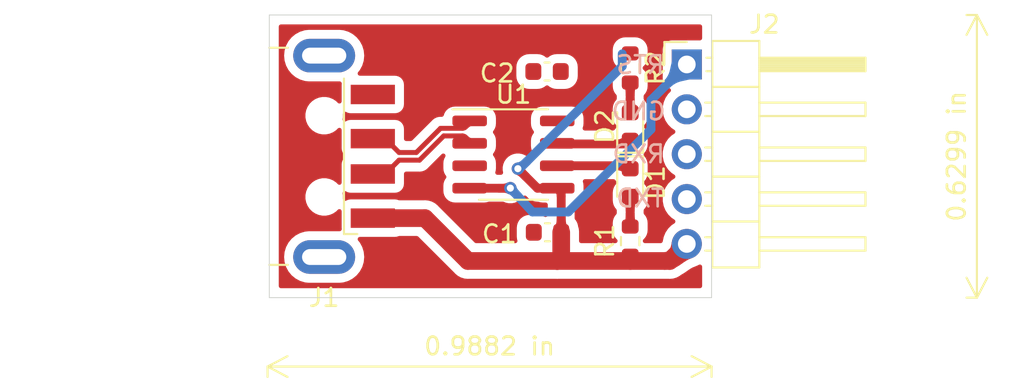
<source format=kicad_pcb>
(kicad_pcb (version 20171130) (host pcbnew "(5.1.9)-1")

  (general
    (thickness 1.6)
    (drawings 15)
    (tracks 45)
    (zones 0)
    (modules 9)
    (nets 11)
  )

  (page A4)
  (layers
    (0 F.Cu signal)
    (31 B.Cu signal)
    (32 B.Adhes user)
    (33 F.Adhes user)
    (34 B.Paste user)
    (35 F.Paste user)
    (36 B.SilkS user)
    (37 F.SilkS user)
    (38 B.Mask user)
    (39 F.Mask user)
    (40 Dwgs.User user)
    (41 Cmts.User user)
    (42 Eco1.User user)
    (43 Eco2.User user)
    (44 Edge.Cuts user)
    (45 Margin user)
    (46 B.CrtYd user)
    (47 F.CrtYd user)
    (48 B.Fab user)
    (49 F.Fab user)
  )

  (setup
    (last_trace_width 0.25)
    (user_trace_width 0.2)
    (user_trace_width 0.35)
    (user_trace_width 0.5)
    (user_trace_width 0.6)
    (user_trace_width 0.8)
    (user_trace_width 1)
    (user_trace_width 1.5)
    (user_trace_width 2)
    (trace_clearance 0.15)
    (zone_clearance 0.508)
    (zone_45_only no)
    (trace_min 0.15)
    (via_size 0.7)
    (via_drill 0.4)
    (via_min_size 0.4)
    (via_min_drill 0.3)
    (user_via 0.7 0.4)
    (user_via 0.8 0.5)
    (user_via 0.9 0.6)
    (user_via 1 0.7)
    (uvia_size 0.3)
    (uvia_drill 0.1)
    (uvias_allowed no)
    (uvia_min_size 0.2)
    (uvia_min_drill 0.1)
    (edge_width 0.05)
    (segment_width 0.2)
    (pcb_text_width 0.3)
    (pcb_text_size 1.5 1.5)
    (mod_edge_width 0.12)
    (mod_text_size 1 1)
    (mod_text_width 0.15)
    (pad_size 1.524 1.524)
    (pad_drill 0.762)
    (pad_to_mask_clearance 0.05)
    (solder_mask_min_width 0.1)
    (aux_axis_origin 100 100)
    (visible_elements 7FFFFFFF)
    (pcbplotparams
      (layerselection 0x010fc_ffffffff)
      (usegerberextensions true)
      (usegerberattributes true)
      (usegerberadvancedattributes true)
      (creategerberjobfile false)
      (excludeedgelayer true)
      (linewidth 0.100000)
      (plotframeref false)
      (viasonmask false)
      (mode 1)
      (useauxorigin false)
      (hpglpennumber 1)
      (hpglpenspeed 20)
      (hpglpendiameter 15.000000)
      (psnegative false)
      (psa4output false)
      (plotreference true)
      (plotvalue true)
      (plotinvisibletext false)
      (padsonsilk false)
      (subtractmaskfromsilk true)
      (outputformat 1)
      (mirror false)
      (drillshape 0)
      (scaleselection 1)
      (outputdirectory "Gerber/"))
  )

  (net 0 "")
  (net 1 GND)
  (net 2 +5V)
  (net 3 "Net-(C2-Pad1)")
  (net 4 "Net-(D1-Pad2)")
  (net 5 /TXD)
  (net 6 "Net-(D2-Pad2)")
  (net 7 /RXD)
  (net 8 /D+)
  (net 9 /D-)
  (net 10 "Net-(J2-Pad1)")

  (net_class Default "This is the default net class."
    (clearance 0.15)
    (trace_width 0.25)
    (via_dia 0.7)
    (via_drill 0.4)
    (uvia_dia 0.3)
    (uvia_drill 0.1)
    (diff_pair_width 0.28)
    (diff_pair_gap 0.15)
    (add_net +5V)
    (add_net /D+)
    (add_net /D-)
    (add_net /RXD)
    (add_net /TXD)
    (add_net GND)
    (add_net "Net-(C2-Pad1)")
    (add_net "Net-(D1-Pad2)")
    (add_net "Net-(D2-Pad2)")
    (add_net "Net-(J2-Pad1)")
  )

  (module LED_SMD:LED_0603_1608Metric (layer F.Cu) (tedit 5F68FEF1) (tstamp 6030ECA9)
    (at 120.4 90.3125 90)
    (descr "LED SMD 0603 (1608 Metric), square (rectangular) end terminal, IPC_7351 nominal, (Body size source: http://www.tortai-tech.com/upload/download/2011102023233369053.pdf), generated with kicad-footprint-generator")
    (tags LED)
    (path /60322CEA)
    (attr smd)
    (fp_text reference D2 (at 0 -1.43 90) (layer F.SilkS)
      (effects (font (size 1 1) (thickness 0.15)))
    )
    (fp_text value LED (at 0 1.43 90) (layer F.Fab)
      (effects (font (size 1 1) (thickness 0.15)))
    )
    (fp_line (start 0.8 -0.4) (end -0.5 -0.4) (layer F.Fab) (width 0.1))
    (fp_line (start -0.5 -0.4) (end -0.8 -0.1) (layer F.Fab) (width 0.1))
    (fp_line (start -0.8 -0.1) (end -0.8 0.4) (layer F.Fab) (width 0.1))
    (fp_line (start -0.8 0.4) (end 0.8 0.4) (layer F.Fab) (width 0.1))
    (fp_line (start 0.8 0.4) (end 0.8 -0.4) (layer F.Fab) (width 0.1))
    (fp_line (start 0.8 -0.735) (end -1.485 -0.735) (layer F.SilkS) (width 0.12))
    (fp_line (start -1.485 -0.735) (end -1.485 0.735) (layer F.SilkS) (width 0.12))
    (fp_line (start -1.485 0.735) (end 0.8 0.735) (layer F.SilkS) (width 0.12))
    (fp_line (start -1.48 0.73) (end -1.48 -0.73) (layer F.CrtYd) (width 0.05))
    (fp_line (start -1.48 -0.73) (end 1.48 -0.73) (layer F.CrtYd) (width 0.05))
    (fp_line (start 1.48 -0.73) (end 1.48 0.73) (layer F.CrtYd) (width 0.05))
    (fp_line (start 1.48 0.73) (end -1.48 0.73) (layer F.CrtYd) (width 0.05))
    (fp_text user %R (at 0 0 180) (layer F.Fab)
      (effects (font (size 0.4 0.4) (thickness 0.06)))
    )
    (pad 2 smd roundrect (at 0.7875 0 90) (size 0.875 0.95) (layers F.Cu F.Paste F.Mask) (roundrect_rratio 0.25)
      (net 6 "Net-(D2-Pad2)"))
    (pad 1 smd roundrect (at -0.7875 0 90) (size 0.875 0.95) (layers F.Cu F.Paste F.Mask) (roundrect_rratio 0.25)
      (net 7 /RXD))
    (model ${KISYS3DMOD}/LED_SMD.3dshapes/LED_0603_1608Metric.wrl
      (at (xyz 0 0 0))
      (scale (xyz 1 1 1))
      (rotate (xyz 0 0 0))
    )
  )

  (module Capacitor_SMD:C_0603_1608Metric (layer F.Cu) (tedit 5F68FEEE) (tstamp 6030E9D8)
    (at 115.725 96.3 180)
    (descr "Capacitor SMD 0603 (1608 Metric), square (rectangular) end terminal, IPC_7351 nominal, (Body size source: IPC-SM-782 page 76, https://www.pcb-3d.com/wordpress/wp-content/uploads/ipc-sm-782a_amendment_1_and_2.pdf), generated with kicad-footprint-generator")
    (tags capacitor)
    (path /603087C1)
    (attr smd)
    (fp_text reference C1 (at 2.725 -0.1) (layer F.SilkS)
      (effects (font (size 1 1) (thickness 0.15)))
    )
    (fp_text value 104 (at 0.125 -1.6) (layer F.Fab)
      (effects (font (size 1 1) (thickness 0.15)))
    )
    (fp_line (start -0.8 0.4) (end -0.8 -0.4) (layer F.Fab) (width 0.1))
    (fp_line (start -0.8 -0.4) (end 0.8 -0.4) (layer F.Fab) (width 0.1))
    (fp_line (start 0.8 -0.4) (end 0.8 0.4) (layer F.Fab) (width 0.1))
    (fp_line (start 0.8 0.4) (end -0.8 0.4) (layer F.Fab) (width 0.1))
    (fp_line (start -0.14058 -0.51) (end 0.14058 -0.51) (layer F.SilkS) (width 0.12))
    (fp_line (start -0.14058 0.51) (end 0.14058 0.51) (layer F.SilkS) (width 0.12))
    (fp_line (start -1.48 0.73) (end -1.48 -0.73) (layer F.CrtYd) (width 0.05))
    (fp_line (start -1.48 -0.73) (end 1.48 -0.73) (layer F.CrtYd) (width 0.05))
    (fp_line (start 1.48 -0.73) (end 1.48 0.73) (layer F.CrtYd) (width 0.05))
    (fp_line (start 1.48 0.73) (end -1.48 0.73) (layer F.CrtYd) (width 0.05))
    (fp_text user %R (at 0 0 90) (layer F.Fab)
      (effects (font (size 0.4 0.4) (thickness 0.06)))
    )
    (pad 2 smd roundrect (at 0.775 0 180) (size 0.9 0.95) (layers F.Cu F.Paste F.Mask) (roundrect_rratio 0.25)
      (net 1 GND))
    (pad 1 smd roundrect (at -0.775 0 180) (size 0.9 0.95) (layers F.Cu F.Paste F.Mask) (roundrect_rratio 0.25)
      (net 2 +5V))
    (model ${KISYS3DMOD}/Capacitor_SMD.3dshapes/C_0603_1608Metric.wrl
      (at (xyz 0 0 0))
      (scale (xyz 1 1 1))
      (rotate (xyz 0 0 0))
    )
  )

  (module Capacitor_SMD:C_0603_1608Metric (layer F.Cu) (tedit 5F68FEEE) (tstamp 6030EAF6)
    (at 115.7 87.2)
    (descr "Capacitor SMD 0603 (1608 Metric), square (rectangular) end terminal, IPC_7351 nominal, (Body size source: IPC-SM-782 page 76, https://www.pcb-3d.com/wordpress/wp-content/uploads/ipc-sm-782a_amendment_1_and_2.pdf), generated with kicad-footprint-generator")
    (tags capacitor)
    (path /603083DA)
    (attr smd)
    (fp_text reference C2 (at -2.825 0.1) (layer F.SilkS)
      (effects (font (size 1 1) (thickness 0.15)))
    )
    (fp_text value 104 (at -0.1 -1.4) (layer F.Fab)
      (effects (font (size 1 1) (thickness 0.15)))
    )
    (fp_line (start -0.8 0.4) (end -0.8 -0.4) (layer F.Fab) (width 0.1))
    (fp_line (start -0.8 -0.4) (end 0.8 -0.4) (layer F.Fab) (width 0.1))
    (fp_line (start 0.8 -0.4) (end 0.8 0.4) (layer F.Fab) (width 0.1))
    (fp_line (start 0.8 0.4) (end -0.8 0.4) (layer F.Fab) (width 0.1))
    (fp_line (start -0.14058 -0.51) (end 0.14058 -0.51) (layer F.SilkS) (width 0.12))
    (fp_line (start -0.14058 0.51) (end 0.14058 0.51) (layer F.SilkS) (width 0.12))
    (fp_line (start -1.48 0.73) (end -1.48 -0.73) (layer F.CrtYd) (width 0.05))
    (fp_line (start -1.48 -0.73) (end 1.48 -0.73) (layer F.CrtYd) (width 0.05))
    (fp_line (start 1.48 -0.73) (end 1.48 0.73) (layer F.CrtYd) (width 0.05))
    (fp_line (start 1.48 0.73) (end -1.48 0.73) (layer F.CrtYd) (width 0.05))
    (fp_text user %R (at 0 0) (layer F.Fab)
      (effects (font (size 0.4 0.4) (thickness 0.06)))
    )
    (pad 2 smd roundrect (at 0.775 0) (size 0.9 0.95) (layers F.Cu F.Paste F.Mask) (roundrect_rratio 0.25)
      (net 1 GND))
    (pad 1 smd roundrect (at -0.775 0) (size 0.9 0.95) (layers F.Cu F.Paste F.Mask) (roundrect_rratio 0.25)
      (net 3 "Net-(C2-Pad1)"))
    (model ${KISYS3DMOD}/Capacitor_SMD.3dshapes/C_0603_1608Metric.wrl
      (at (xyz 0 0 0))
      (scale (xyz 1 1 1))
      (rotate (xyz 0 0 0))
    )
  )

  (module Connector_USB:USB_A_CNCTech_1001-011-01101_Horizontal (layer F.Cu) (tedit 5E754393) (tstamp 6030DE73)
    (at 96.2 92 180)
    (descr "USB type A Plug, Horizontal, http://cnctech.us/pdfs/1001-011-01101.pdf")
    (tags USB-A)
    (path /60307BD3)
    (attr smd)
    (fp_text reference J1 (at -6.9 -8) (layer F.SilkS)
      (effects (font (size 1 1) (thickness 0.15)))
    )
    (fp_text value USB_A (at 0 8 180) (layer F.Fab)
      (effects (font (size 1 1) (thickness 0.15)))
    )
    (fp_line (start -7.9 6.025) (end -7.9 -6.025) (layer F.Fab) (width 0.1))
    (fp_line (start -7.9 -6.025) (end 10.9 -6.025) (layer F.Fab) (width 0.1))
    (fp_line (start -7.9 6.025) (end 10.9 6.025) (layer F.Fab) (width 0.1))
    (fp_line (start 10.9 6.025) (end 10.9 -6.025) (layer F.Fab) (width 0.1))
    (fp_line (start -10.4 3.75) (end -10.4 3.25) (layer F.Fab) (width 0.1))
    (fp_line (start -10.4 3.25) (end -7.9 3.25) (layer F.Fab) (width 0.1))
    (fp_line (start -10.4 3.75) (end -7.9 3.75) (layer F.Fab) (width 0.1))
    (fp_line (start -10.4 0.75) (end -7.9 0.75) (layer F.Fab) (width 0.1))
    (fp_line (start -10.4 1.25) (end -10.4 0.75) (layer F.Fab) (width 0.1))
    (fp_line (start -10.4 1.25) (end -7.9 1.25) (layer F.Fab) (width 0.1))
    (fp_line (start -10.4 -0.75) (end -10.4 -1.25) (layer F.Fab) (width 0.1))
    (fp_line (start -10.4 -0.75) (end -7.9 -0.75) (layer F.Fab) (width 0.1))
    (fp_line (start -10.4 -1.25) (end -7.9 -1.25) (layer F.Fab) (width 0.1))
    (fp_line (start -10.4 -3.75) (end -7.9 -3.75) (layer F.Fab) (width 0.1))
    (fp_line (start -10.4 -3.25) (end -10.4 -3.75) (layer F.Fab) (width 0.1))
    (fp_line (start -10.4 -3.25) (end -7.9 -3.25) (layer F.Fab) (width 0.1))
    (fp_circle (center -6.9 -2.3) (end -6.9 -2.8) (layer F.Fab) (width 0.1))
    (fp_circle (center -6.9 2.3) (end -6.9 2.8) (layer F.Fab) (width 0.1))
    (fp_line (start -8.02 -4.4) (end -8.02 4.4) (layer F.SilkS) (width 0.12))
    (fp_line (start -3.8 6.025) (end -3.8 -6.025) (layer Dwgs.User) (width 0.1))
    (fp_line (start -4.85 -6.145) (end -3.8 -6.145) (layer F.SilkS) (width 0.12))
    (fp_line (start -4.85 6.145) (end -3.8 6.145) (layer F.SilkS) (width 0.12))
    (fp_line (start -11.4 4.55) (end -11.4 -4.55) (layer F.CrtYd) (width 0.05))
    (fp_line (start -11.4 -4.55) (end -9.15 -4.55) (layer F.CrtYd) (width 0.05))
    (fp_line (start -9.15 -7.15) (end -9.15 -4.55) (layer F.CrtYd) (width 0.05))
    (fp_line (start -9.15 -7.15) (end -4.65 -7.15) (layer F.CrtYd) (width 0.05))
    (fp_line (start -4.65 -6.52) (end -4.65 -7.15) (layer F.CrtYd) (width 0.05))
    (fp_line (start -4.65 -6.52) (end 11.4 -6.52) (layer F.CrtYd) (width 0.05))
    (fp_line (start 11.4 6.52) (end 11.4 -6.52) (layer F.CrtYd) (width 0.05))
    (fp_line (start -4.65 6.52) (end 11.4 6.52) (layer F.CrtYd) (width 0.05))
    (fp_line (start -4.65 7.15) (end -4.65 6.52) (layer F.CrtYd) (width 0.05))
    (fp_line (start -9.15 7.15) (end -4.65 7.15) (layer F.CrtYd) (width 0.05))
    (fp_line (start -9.15 4.55) (end -9.15 7.15) (layer F.CrtYd) (width 0.05))
    (fp_line (start -11.4 4.55) (end -9.15 4.55) (layer F.CrtYd) (width 0.05))
    (fp_line (start -8.02 -4.4) (end -8.775 -4.4) (layer F.SilkS) (width 0.12))
    (fp_line (start -7.75 -3.5) (end -7.25 -3) (layer F.Fab) (width 0.1))
    (fp_line (start -7.75 -3.5) (end -7.25 -4) (layer F.Fab) (width 0.1))
    (fp_line (start -7.25 -4) (end -7.25 -3.05) (layer F.Fab) (width 0.1))
    (fp_text user %R (at -6 0 90) (layer F.Fab)
      (effects (font (size 1 1) (thickness 0.15)))
    )
    (fp_text user "PCB Edge" (at -4.55 -0.05 90) (layer Dwgs.User)
      (effects (font (size 0.6 0.6) (thickness 0.09)))
    )
    (pad "" np_thru_hole circle (at -6.9 2.3 180) (size 1.1 1.1) (drill 1.1) (layers *.Cu *.Mask))
    (pad "" np_thru_hole circle (at -6.9 -2.3 180) (size 1.1 1.1) (drill 1.1) (layers *.Cu *.Mask))
    (pad 5 thru_hole oval (at -6.9 5.7 180) (size 3.5 1.9) (drill oval 2.5 0.9) (layers *.Cu *.Mask)
      (net 1 GND))
    (pad 5 thru_hole oval (at -6.9 -5.7 180) (size 3.5 1.9) (drill oval 2.5 0.9) (layers *.Cu *.Mask)
      (net 1 GND))
    (pad 4 smd rect (at -9.65 3.5 180) (size 2.5 1.1) (layers F.Cu F.Paste F.Mask)
      (net 1 GND))
    (pad 1 smd rect (at -9.65 -3.5 180) (size 2.5 1.1) (layers F.Cu F.Paste F.Mask)
      (net 2 +5V))
    (pad 3 smd rect (at -9.65 1 180) (size 2.5 1.1) (layers F.Cu F.Paste F.Mask)
      (net 8 /D+))
    (pad 2 smd rect (at -9.65 -1 180) (size 2.5 1.1) (layers F.Cu F.Paste F.Mask)
      (net 9 /D-))
    (model ${KISYS3DMOD}/Connector_USB.3dshapes/USB_A_CNCTech_1001-011-01101_Horizontal.wrl
      (at (xyz 0 0 0))
      (scale (xyz 1 1 1))
      (rotate (xyz 0 0 0))
    )
  )

  (module LED_SMD:LED_0603_1608Metric (layer F.Cu) (tedit 5F68FEF1) (tstamp 60309593)
    (at 120.4 93.4875 270)
    (descr "LED SMD 0603 (1608 Metric), square (rectangular) end terminal, IPC_7351 nominal, (Body size source: http://www.tortai-tech.com/upload/download/2011102023233369053.pdf), generated with kicad-footprint-generator")
    (tags LED)
    (path /603094FF)
    (attr smd)
    (fp_text reference D1 (at 0 -1.43 90) (layer F.SilkS)
      (effects (font (size 1 1) (thickness 0.15)))
    )
    (fp_text value LED (at 0 1.43 90) (layer F.Fab)
      (effects (font (size 1 1) (thickness 0.15)))
    )
    (fp_line (start 0.8 -0.4) (end -0.5 -0.4) (layer F.Fab) (width 0.1))
    (fp_line (start -0.5 -0.4) (end -0.8 -0.1) (layer F.Fab) (width 0.1))
    (fp_line (start -0.8 -0.1) (end -0.8 0.4) (layer F.Fab) (width 0.1))
    (fp_line (start -0.8 0.4) (end 0.8 0.4) (layer F.Fab) (width 0.1))
    (fp_line (start 0.8 0.4) (end 0.8 -0.4) (layer F.Fab) (width 0.1))
    (fp_line (start 0.8 -0.735) (end -1.485 -0.735) (layer F.SilkS) (width 0.12))
    (fp_line (start -1.485 -0.735) (end -1.485 0.735) (layer F.SilkS) (width 0.12))
    (fp_line (start -1.485 0.735) (end 0.8 0.735) (layer F.SilkS) (width 0.12))
    (fp_line (start -1.48 0.73) (end -1.48 -0.73) (layer F.CrtYd) (width 0.05))
    (fp_line (start -1.48 -0.73) (end 1.48 -0.73) (layer F.CrtYd) (width 0.05))
    (fp_line (start 1.48 -0.73) (end 1.48 0.73) (layer F.CrtYd) (width 0.05))
    (fp_line (start 1.48 0.73) (end -1.48 0.73) (layer F.CrtYd) (width 0.05))
    (fp_text user %R (at 0 0) (layer F.Fab)
      (effects (font (size 0.4 0.4) (thickness 0.06)))
    )
    (pad 2 smd roundrect (at 0.7875 0 270) (size 0.875 0.95) (layers F.Cu F.Paste F.Mask) (roundrect_rratio 0.25)
      (net 4 "Net-(D1-Pad2)"))
    (pad 1 smd roundrect (at -0.7875 0 270) (size 0.875 0.95) (layers F.Cu F.Paste F.Mask) (roundrect_rratio 0.25)
      (net 5 /TXD))
    (model ${KISYS3DMOD}/LED_SMD.3dshapes/LED_0603_1608Metric.wrl
      (at (xyz 0 0 0))
      (scale (xyz 1 1 1))
      (rotate (xyz 0 0 0))
    )
  )

  (module Connector_PinHeader_2.54mm:PinHeader_1x05_P2.54mm_Horizontal (layer F.Cu) (tedit 59FED5CB) (tstamp 6030E67C)
    (at 123.6 86.8)
    (descr "Through hole angled pin header, 1x05, 2.54mm pitch, 6mm pin length, single row")
    (tags "Through hole angled pin header THT 1x05 2.54mm single row")
    (path /6030A543)
    (fp_text reference J2 (at 4.385 -2.27) (layer F.SilkS)
      (effects (font (size 1 1) (thickness 0.15)))
    )
    (fp_text value Conn_01x05 (at 4.385 12.43) (layer F.Fab)
      (effects (font (size 1 1) (thickness 0.15)))
    )
    (fp_line (start 2.135 -1.27) (end 4.04 -1.27) (layer F.Fab) (width 0.1))
    (fp_line (start 4.04 -1.27) (end 4.04 11.43) (layer F.Fab) (width 0.1))
    (fp_line (start 4.04 11.43) (end 1.5 11.43) (layer F.Fab) (width 0.1))
    (fp_line (start 1.5 11.43) (end 1.5 -0.635) (layer F.Fab) (width 0.1))
    (fp_line (start 1.5 -0.635) (end 2.135 -1.27) (layer F.Fab) (width 0.1))
    (fp_line (start -0.32 -0.32) (end 1.5 -0.32) (layer F.Fab) (width 0.1))
    (fp_line (start -0.32 -0.32) (end -0.32 0.32) (layer F.Fab) (width 0.1))
    (fp_line (start -0.32 0.32) (end 1.5 0.32) (layer F.Fab) (width 0.1))
    (fp_line (start 4.04 -0.32) (end 10.04 -0.32) (layer F.Fab) (width 0.1))
    (fp_line (start 10.04 -0.32) (end 10.04 0.32) (layer F.Fab) (width 0.1))
    (fp_line (start 4.04 0.32) (end 10.04 0.32) (layer F.Fab) (width 0.1))
    (fp_line (start -0.32 2.22) (end 1.5 2.22) (layer F.Fab) (width 0.1))
    (fp_line (start -0.32 2.22) (end -0.32 2.86) (layer F.Fab) (width 0.1))
    (fp_line (start -0.32 2.86) (end 1.5 2.86) (layer F.Fab) (width 0.1))
    (fp_line (start 4.04 2.22) (end 10.04 2.22) (layer F.Fab) (width 0.1))
    (fp_line (start 10.04 2.22) (end 10.04 2.86) (layer F.Fab) (width 0.1))
    (fp_line (start 4.04 2.86) (end 10.04 2.86) (layer F.Fab) (width 0.1))
    (fp_line (start -0.32 4.76) (end 1.5 4.76) (layer F.Fab) (width 0.1))
    (fp_line (start -0.32 4.76) (end -0.32 5.4) (layer F.Fab) (width 0.1))
    (fp_line (start -0.32 5.4) (end 1.5 5.4) (layer F.Fab) (width 0.1))
    (fp_line (start 4.04 4.76) (end 10.04 4.76) (layer F.Fab) (width 0.1))
    (fp_line (start 10.04 4.76) (end 10.04 5.4) (layer F.Fab) (width 0.1))
    (fp_line (start 4.04 5.4) (end 10.04 5.4) (layer F.Fab) (width 0.1))
    (fp_line (start -0.32 7.3) (end 1.5 7.3) (layer F.Fab) (width 0.1))
    (fp_line (start -0.32 7.3) (end -0.32 7.94) (layer F.Fab) (width 0.1))
    (fp_line (start -0.32 7.94) (end 1.5 7.94) (layer F.Fab) (width 0.1))
    (fp_line (start 4.04 7.3) (end 10.04 7.3) (layer F.Fab) (width 0.1))
    (fp_line (start 10.04 7.3) (end 10.04 7.94) (layer F.Fab) (width 0.1))
    (fp_line (start 4.04 7.94) (end 10.04 7.94) (layer F.Fab) (width 0.1))
    (fp_line (start -0.32 9.84) (end 1.5 9.84) (layer F.Fab) (width 0.1))
    (fp_line (start -0.32 9.84) (end -0.32 10.48) (layer F.Fab) (width 0.1))
    (fp_line (start -0.32 10.48) (end 1.5 10.48) (layer F.Fab) (width 0.1))
    (fp_line (start 4.04 9.84) (end 10.04 9.84) (layer F.Fab) (width 0.1))
    (fp_line (start 10.04 9.84) (end 10.04 10.48) (layer F.Fab) (width 0.1))
    (fp_line (start 4.04 10.48) (end 10.04 10.48) (layer F.Fab) (width 0.1))
    (fp_line (start 1.44 -1.33) (end 1.44 11.49) (layer F.SilkS) (width 0.12))
    (fp_line (start 1.44 11.49) (end 4.1 11.49) (layer F.SilkS) (width 0.12))
    (fp_line (start 4.1 11.49) (end 4.1 -1.33) (layer F.SilkS) (width 0.12))
    (fp_line (start 4.1 -1.33) (end 1.44 -1.33) (layer F.SilkS) (width 0.12))
    (fp_line (start 4.1 -0.38) (end 10.1 -0.38) (layer F.SilkS) (width 0.12))
    (fp_line (start 10.1 -0.38) (end 10.1 0.38) (layer F.SilkS) (width 0.12))
    (fp_line (start 10.1 0.38) (end 4.1 0.38) (layer F.SilkS) (width 0.12))
    (fp_line (start 4.1 -0.32) (end 10.1 -0.32) (layer F.SilkS) (width 0.12))
    (fp_line (start 4.1 -0.2) (end 10.1 -0.2) (layer F.SilkS) (width 0.12))
    (fp_line (start 4.1 -0.08) (end 10.1 -0.08) (layer F.SilkS) (width 0.12))
    (fp_line (start 4.1 0.04) (end 10.1 0.04) (layer F.SilkS) (width 0.12))
    (fp_line (start 4.1 0.16) (end 10.1 0.16) (layer F.SilkS) (width 0.12))
    (fp_line (start 4.1 0.28) (end 10.1 0.28) (layer F.SilkS) (width 0.12))
    (fp_line (start 1.11 -0.38) (end 1.44 -0.38) (layer F.SilkS) (width 0.12))
    (fp_line (start 1.11 0.38) (end 1.44 0.38) (layer F.SilkS) (width 0.12))
    (fp_line (start 1.44 1.27) (end 4.1 1.27) (layer F.SilkS) (width 0.12))
    (fp_line (start 4.1 2.16) (end 10.1 2.16) (layer F.SilkS) (width 0.12))
    (fp_line (start 10.1 2.16) (end 10.1 2.92) (layer F.SilkS) (width 0.12))
    (fp_line (start 10.1 2.92) (end 4.1 2.92) (layer F.SilkS) (width 0.12))
    (fp_line (start 1.042929 2.16) (end 1.44 2.16) (layer F.SilkS) (width 0.12))
    (fp_line (start 1.042929 2.92) (end 1.44 2.92) (layer F.SilkS) (width 0.12))
    (fp_line (start 1.44 3.81) (end 4.1 3.81) (layer F.SilkS) (width 0.12))
    (fp_line (start 4.1 4.7) (end 10.1 4.7) (layer F.SilkS) (width 0.12))
    (fp_line (start 10.1 4.7) (end 10.1 5.46) (layer F.SilkS) (width 0.12))
    (fp_line (start 10.1 5.46) (end 4.1 5.46) (layer F.SilkS) (width 0.12))
    (fp_line (start 1.042929 4.7) (end 1.44 4.7) (layer F.SilkS) (width 0.12))
    (fp_line (start 1.042929 5.46) (end 1.44 5.46) (layer F.SilkS) (width 0.12))
    (fp_line (start 1.44 6.35) (end 4.1 6.35) (layer F.SilkS) (width 0.12))
    (fp_line (start 4.1 7.24) (end 10.1 7.24) (layer F.SilkS) (width 0.12))
    (fp_line (start 10.1 7.24) (end 10.1 8) (layer F.SilkS) (width 0.12))
    (fp_line (start 10.1 8) (end 4.1 8) (layer F.SilkS) (width 0.12))
    (fp_line (start 1.042929 7.24) (end 1.44 7.24) (layer F.SilkS) (width 0.12))
    (fp_line (start 1.042929 8) (end 1.44 8) (layer F.SilkS) (width 0.12))
    (fp_line (start 1.44 8.89) (end 4.1 8.89) (layer F.SilkS) (width 0.12))
    (fp_line (start 4.1 9.78) (end 10.1 9.78) (layer F.SilkS) (width 0.12))
    (fp_line (start 10.1 9.78) (end 10.1 10.54) (layer F.SilkS) (width 0.12))
    (fp_line (start 10.1 10.54) (end 4.1 10.54) (layer F.SilkS) (width 0.12))
    (fp_line (start 1.042929 9.78) (end 1.44 9.78) (layer F.SilkS) (width 0.12))
    (fp_line (start 1.042929 10.54) (end 1.44 10.54) (layer F.SilkS) (width 0.12))
    (fp_line (start -1.27 0) (end -1.27 -1.27) (layer F.SilkS) (width 0.12))
    (fp_line (start -1.27 -1.27) (end 0 -1.27) (layer F.SilkS) (width 0.12))
    (fp_line (start -1.8 -1.8) (end -1.8 11.95) (layer F.CrtYd) (width 0.05))
    (fp_line (start -1.8 11.95) (end 10.55 11.95) (layer F.CrtYd) (width 0.05))
    (fp_line (start 10.55 11.95) (end 10.55 -1.8) (layer F.CrtYd) (width 0.05))
    (fp_line (start 10.55 -1.8) (end -1.8 -1.8) (layer F.CrtYd) (width 0.05))
    (fp_text user %R (at 2.77 5.08 90) (layer F.Fab)
      (effects (font (size 1 1) (thickness 0.15)))
    )
    (pad 5 thru_hole oval (at 0 10.16) (size 1.7 1.7) (drill 1) (layers *.Cu *.Mask)
      (net 2 +5V))
    (pad 4 thru_hole oval (at 0 7.62) (size 1.7 1.7) (drill 1) (layers *.Cu *.Mask)
      (net 5 /TXD))
    (pad 3 thru_hole oval (at 0 5.08) (size 1.7 1.7) (drill 1) (layers *.Cu *.Mask)
      (net 7 /RXD))
    (pad 2 thru_hole oval (at 0 2.54) (size 1.7 1.7) (drill 1) (layers *.Cu *.Mask)
      (net 1 GND))
    (pad 1 thru_hole rect (at 0 0) (size 1.7 1.7) (drill 1) (layers *.Cu *.Mask)
      (net 10 "Net-(J2-Pad1)"))
    (model ${KISYS3DMOD}/Connector_PinHeader_2.54mm.3dshapes/PinHeader_1x05_P2.54mm_Horizontal.wrl
      (at (xyz 0 0 0))
      (scale (xyz 1 1 1))
      (rotate (xyz 0 0 0))
    )
  )

  (module Resistor_SMD:R_0603_1608Metric (layer F.Cu) (tedit 5F68FEEE) (tstamp 6030E872)
    (at 120.4 96.8 90)
    (descr "Resistor SMD 0603 (1608 Metric), square (rectangular) end terminal, IPC_7351 nominal, (Body size source: IPC-SM-782 page 72, https://www.pcb-3d.com/wordpress/wp-content/uploads/ipc-sm-782a_amendment_1_and_2.pdf), generated with kicad-footprint-generator")
    (tags resistor)
    (path /60308DA8)
    (attr smd)
    (fp_text reference R1 (at 0 -1.43 90) (layer F.SilkS)
      (effects (font (size 1 1) (thickness 0.15)))
    )
    (fp_text value 4.7k (at 0 1.43 90) (layer F.Fab)
      (effects (font (size 1 1) (thickness 0.15)))
    )
    (fp_line (start -0.8 0.4125) (end -0.8 -0.4125) (layer F.Fab) (width 0.1))
    (fp_line (start -0.8 -0.4125) (end 0.8 -0.4125) (layer F.Fab) (width 0.1))
    (fp_line (start 0.8 -0.4125) (end 0.8 0.4125) (layer F.Fab) (width 0.1))
    (fp_line (start 0.8 0.4125) (end -0.8 0.4125) (layer F.Fab) (width 0.1))
    (fp_line (start -0.237258 -0.5225) (end 0.237258 -0.5225) (layer F.SilkS) (width 0.12))
    (fp_line (start -0.237258 0.5225) (end 0.237258 0.5225) (layer F.SilkS) (width 0.12))
    (fp_line (start -1.48 0.73) (end -1.48 -0.73) (layer F.CrtYd) (width 0.05))
    (fp_line (start -1.48 -0.73) (end 1.48 -0.73) (layer F.CrtYd) (width 0.05))
    (fp_line (start 1.48 -0.73) (end 1.48 0.73) (layer F.CrtYd) (width 0.05))
    (fp_line (start 1.48 0.73) (end -1.48 0.73) (layer F.CrtYd) (width 0.05))
    (fp_text user %R (at 0.34 0.17 90) (layer F.Fab)
      (effects (font (size 0.4 0.4) (thickness 0.06)))
    )
    (pad 2 smd roundrect (at 0.825 0 90) (size 0.8 0.95) (layers F.Cu F.Paste F.Mask) (roundrect_rratio 0.25)
      (net 4 "Net-(D1-Pad2)"))
    (pad 1 smd roundrect (at -0.825 0 90) (size 0.8 0.95) (layers F.Cu F.Paste F.Mask) (roundrect_rratio 0.25)
      (net 2 +5V))
    (model ${KISYS3DMOD}/Resistor_SMD.3dshapes/R_0603_1608Metric.wrl
      (at (xyz 0 0 0))
      (scale (xyz 1 1 1))
      (rotate (xyz 0 0 0))
    )
  )

  (module Resistor_SMD:R_0603_1608Metric (layer F.Cu) (tedit 5F68FEEE) (tstamp 6030E820)
    (at 120.4 87 270)
    (descr "Resistor SMD 0603 (1608 Metric), square (rectangular) end terminal, IPC_7351 nominal, (Body size source: IPC-SM-782 page 72, https://www.pcb-3d.com/wordpress/wp-content/uploads/ipc-sm-782a_amendment_1_and_2.pdf), generated with kicad-footprint-generator")
    (tags resistor)
    (path /60322CE0)
    (attr smd)
    (fp_text reference R2 (at 0 -1.43 90) (layer F.SilkS)
      (effects (font (size 1 1) (thickness 0.15)))
    )
    (fp_text value 4.7k (at 0 1.43 90) (layer F.Fab)
      (effects (font (size 1 1) (thickness 0.15)))
    )
    (fp_line (start -0.8 0.4125) (end -0.8 -0.4125) (layer F.Fab) (width 0.1))
    (fp_line (start -0.8 -0.4125) (end 0.8 -0.4125) (layer F.Fab) (width 0.1))
    (fp_line (start 0.8 -0.4125) (end 0.8 0.4125) (layer F.Fab) (width 0.1))
    (fp_line (start 0.8 0.4125) (end -0.8 0.4125) (layer F.Fab) (width 0.1))
    (fp_line (start -0.237258 -0.5225) (end 0.237258 -0.5225) (layer F.SilkS) (width 0.12))
    (fp_line (start -0.237258 0.5225) (end 0.237258 0.5225) (layer F.SilkS) (width 0.12))
    (fp_line (start -1.48 0.73) (end -1.48 -0.73) (layer F.CrtYd) (width 0.05))
    (fp_line (start -1.48 -0.73) (end 1.48 -0.73) (layer F.CrtYd) (width 0.05))
    (fp_line (start 1.48 -0.73) (end 1.48 0.73) (layer F.CrtYd) (width 0.05))
    (fp_line (start 1.48 0.73) (end -1.48 0.73) (layer F.CrtYd) (width 0.05))
    (fp_text user %R (at 0 0 90) (layer F.Fab)
      (effects (font (size 0.4 0.4) (thickness 0.06)))
    )
    (pad 2 smd roundrect (at 0.825 0 270) (size 0.8 0.95) (layers F.Cu F.Paste F.Mask) (roundrect_rratio 0.25)
      (net 6 "Net-(D2-Pad2)"))
    (pad 1 smd roundrect (at -0.825 0 270) (size 0.8 0.95) (layers F.Cu F.Paste F.Mask) (roundrect_rratio 0.25)
      (net 2 +5V))
    (model ${KISYS3DMOD}/Resistor_SMD.3dshapes/R_0603_1608Metric.wrl
      (at (xyz 0 0 0))
      (scale (xyz 1 1 1))
      (rotate (xyz 0 0 0))
    )
  )

  (module Package_SO:SOIC-8_3.9x4.9mm_P1.27mm (layer F.Cu) (tedit 5D9F72B1) (tstamp 6030F2D5)
    (at 113.8 91.9)
    (descr "SOIC, 8 Pin (JEDEC MS-012AA, https://www.analog.com/media/en/package-pcb-resources/package/pkg_pdf/soic_narrow-r/r_8.pdf), generated with kicad-footprint-generator ipc_gullwing_generator.py")
    (tags "SOIC SO")
    (path /60309C87)
    (attr smd)
    (fp_text reference U1 (at 0 -3.4) (layer F.SilkS)
      (effects (font (size 1 1) (thickness 0.15)))
    )
    (fp_text value CH330N (at -4.5 3.7 90) (layer F.Fab)
      (effects (font (size 1 1) (thickness 0.15)))
    )
    (fp_line (start 0 2.56) (end 1.95 2.56) (layer F.SilkS) (width 0.12))
    (fp_line (start 0 2.56) (end -1.95 2.56) (layer F.SilkS) (width 0.12))
    (fp_line (start 0 -2.56) (end 1.95 -2.56) (layer F.SilkS) (width 0.12))
    (fp_line (start 0 -2.56) (end -3.45 -2.56) (layer F.SilkS) (width 0.12))
    (fp_line (start -0.975 -2.45) (end 1.95 -2.45) (layer F.Fab) (width 0.1))
    (fp_line (start 1.95 -2.45) (end 1.95 2.45) (layer F.Fab) (width 0.1))
    (fp_line (start 1.95 2.45) (end -1.95 2.45) (layer F.Fab) (width 0.1))
    (fp_line (start -1.95 2.45) (end -1.95 -1.475) (layer F.Fab) (width 0.1))
    (fp_line (start -1.95 -1.475) (end -0.975 -2.45) (layer F.Fab) (width 0.1))
    (fp_line (start -3.7 -2.7) (end -3.7 2.7) (layer F.CrtYd) (width 0.05))
    (fp_line (start -3.7 2.7) (end 3.7 2.7) (layer F.CrtYd) (width 0.05))
    (fp_line (start 3.7 2.7) (end 3.7 -2.7) (layer F.CrtYd) (width 0.05))
    (fp_line (start 3.7 -2.7) (end -3.7 -2.7) (layer F.CrtYd) (width 0.05))
    (fp_text user %R (at 0 0) (layer F.Fab)
      (effects (font (size 0.98 0.98) (thickness 0.15)))
    )
    (pad 8 smd roundrect (at 2.475 -1.905) (size 1.95 0.6) (layers F.Cu F.Paste F.Mask) (roundrect_rratio 0.25)
      (net 3 "Net-(C2-Pad1)"))
    (pad 7 smd roundrect (at 2.475 -0.635) (size 1.95 0.6) (layers F.Cu F.Paste F.Mask) (roundrect_rratio 0.25)
      (net 7 /RXD))
    (pad 6 smd roundrect (at 2.475 0.635) (size 1.95 0.6) (layers F.Cu F.Paste F.Mask) (roundrect_rratio 0.25)
      (net 5 /TXD))
    (pad 5 smd roundrect (at 2.475 1.905) (size 1.95 0.6) (layers F.Cu F.Paste F.Mask) (roundrect_rratio 0.25)
      (net 2 +5V))
    (pad 4 smd roundrect (at -2.475 1.905) (size 1.95 0.6) (layers F.Cu F.Paste F.Mask) (roundrect_rratio 0.25)
      (net 10 "Net-(J2-Pad1)"))
    (pad 3 smd roundrect (at -2.475 0.635) (size 1.95 0.6) (layers F.Cu F.Paste F.Mask) (roundrect_rratio 0.25)
      (net 1 GND))
    (pad 2 smd roundrect (at -2.475 -0.635) (size 1.95 0.6) (layers F.Cu F.Paste F.Mask) (roundrect_rratio 0.25)
      (net 9 /D-))
    (pad 1 smd roundrect (at -2.475 -1.905) (size 1.95 0.6) (layers F.Cu F.Paste F.Mask) (roundrect_rratio 0.25)
      (net 8 /D+))
    (model ${KISYS3DMOD}/Package_SO.3dshapes/SOIC-8_3.9x4.9mm_P1.27mm.wrl
      (at (xyz 0 0 0))
      (scale (xyz 1 1 1))
      (rotate (xyz 0 0 0))
    )
  )

  (dimension 25.1 (width 0.12) (layer F.SilkS)
    (gr_text "25.100 mm" (at 112.45 105.17) (layer F.SilkS)
      (effects (font (size 1 1) (thickness 0.15)))
    )
    (feature1 (pts (xy 125 103.9) (xy 125 104.486421)))
    (feature2 (pts (xy 99.9 103.9) (xy 99.9 104.486421)))
    (crossbar (pts (xy 99.9 103.9) (xy 125 103.9)))
    (arrow1a (pts (xy 125 103.9) (xy 123.873496 104.486421)))
    (arrow1b (pts (xy 125 103.9) (xy 123.873496 103.313579)))
    (arrow2a (pts (xy 99.9 103.9) (xy 101.026504 104.486421)))
    (arrow2b (pts (xy 99.9 103.9) (xy 101.026504 103.313579)))
  )
  (gr_text GND (at 120.875 89.45) (layer B.SilkS)
    (effects (font (size 1 1) (thickness 0.15)) (justify mirror))
  )
  (gr_text TXD (at 120.975 94.375) (layer B.SilkS)
    (effects (font (size 1 1) (thickness 0.15)) (justify mirror))
  )
  (gr_text "RTS\n" (at 120.975 86.825) (layer B.SilkS)
    (effects (font (size 1 1) (thickness 0.15)) (justify mirror))
  )
  (gr_text RXD (at 120.875 91.875) (layer B.SilkS)
    (effects (font (size 1 1) (thickness 0.15)) (justify mirror))
  )
  (dimension 16 (width 0.12) (layer F.SilkS)
    (gr_text "16.000 mm" (at 138.73 92 270) (layer F.SilkS)
      (effects (font (size 1 1) (thickness 0.15)))
    )
    (feature1 (pts (xy 140 100) (xy 139.413579 100)))
    (feature2 (pts (xy 140 84) (xy 139.413579 84)))
    (crossbar (pts (xy 140 84) (xy 140 100)))
    (arrow1a (pts (xy 140 100) (xy 139.413579 98.873496)))
    (arrow1b (pts (xy 140 100) (xy 140.586421 98.873496)))
    (arrow2a (pts (xy 140 84) (xy 139.413579 85.126504)))
    (arrow2b (pts (xy 140 84) (xy 140.586421 85.126504)))
  )
  (gr_line (start 100.3 84.3) (end 100.3 99.6) (layer Margin) (width 0.15))
  (gr_line (start 100.4 84.3) (end 100.3 84.3) (layer Margin) (width 0.15))
  (gr_line (start 124.7 84.3) (end 100.4 84.3) (layer Margin) (width 0.15))
  (gr_line (start 124.7 99.7) (end 124.7 84.3) (layer Margin) (width 0.15))
  (gr_line (start 100.3 99.7) (end 124.7 99.7) (layer Margin) (width 0.15))
  (gr_line (start 100 84) (end 100 100) (layer Edge.Cuts) (width 0.05) (tstamp 6030D766))
  (gr_line (start 125 84) (end 100 84) (layer Edge.Cuts) (width 0.05))
  (gr_line (start 125 100) (end 125 84) (layer Edge.Cuts) (width 0.05))
  (gr_line (start 100 100) (end 125 100) (layer Edge.Cuts) (width 0.05))

  (segment (start 116.275 96.075) (end 116.5 96.3) (width 0.35) (layer F.Cu) (net 2))
  (segment (start 116.5 93.8) (end 116.5 96.07) (width 0.5) (layer F.Cu) (net 2))
  (segment (start 105.85 95.5) (end 108.8 95.5) (width 1) (layer F.Cu) (net 2))
  (segment (start 108.8 95.5) (end 111.225 97.925) (width 1) (layer F.Cu) (net 2))
  (segment (start 122.635 97.925) (end 123.6 96.96) (width 1) (layer F.Cu) (net 2))
  (segment (start 120.4 97.925) (end 122.635 97.925) (width 1) (layer F.Cu) (net 2))
  (segment (start 116.5 97.7) (end 116.275 97.925) (width 1) (layer F.Cu) (net 2))
  (segment (start 116.5 96.3) (end 116.5 97.7) (width 1) (layer F.Cu) (net 2))
  (segment (start 116.275 97.925) (end 120.4 97.925) (width 1) (layer F.Cu) (net 2))
  (segment (start 111.225 97.925) (end 116.275 97.925) (width 1) (layer F.Cu) (net 2))
  (segment (start 116.275 93.805) (end 115.68 93.805) (width 0.5) (layer F.Cu) (net 2))
  (via (at 114.05 92.7) (size 0.7) (drill 0.4) (layers F.Cu B.Cu) (net 2))
  (segment (start 115.155 93.805) (end 114.05 92.7) (width 0.5) (layer F.Cu) (net 2))
  (segment (start 116.275 93.805) (end 115.155 93.805) (width 0.5) (layer F.Cu) (net 2))
  (segment (start 119.95 86.9) (end 119.95 86.2) (width 0.5) (layer B.Cu) (net 2))
  (segment (start 114.15 92.7) (end 119.95 86.9) (width 0.5) (layer B.Cu) (net 2))
  (segment (start 114.05 92.7) (end 114.15 92.7) (width 0.5) (layer B.Cu) (net 2))
  (segment (start 120.4 95.975) (end 120.4 94.275) (width 0.5) (layer F.Cu) (net 4))
  (segment (start 116.275 92.535) (end 116.635 92.535) (width 0.35) (layer F.Cu) (net 5))
  (segment (start 120.11 92.535) (end 120.4 92.825) (width 0.35) (layer F.Cu) (net 5) (tstamp 60310618))
  (segment (start 116.275 92.535) (end 120.11 92.535) (width 0.5) (layer F.Cu) (net 5))
  (segment (start 120.4 89.525) (end 120.4 87.825) (width 0.5) (layer F.Cu) (net 6))
  (segment (start 116.44 91.1) (end 116.275 91.265) (width 0.25) (layer F.Cu) (net 7))
  (segment (start 120.3 91.3) (end 116.34 91.3) (width 0.5) (layer F.Cu) (net 7))
  (segment (start 110.906 90.414) (end 109.680528 90.414) (width 0.28) (layer F.Cu) (net 8))
  (segment (start 111.325 89.995) (end 110.906 90.414) (width 0.28) (layer F.Cu) (net 8))
  (segment (start 106.55 91) (end 105.85 91) (width 0.28) (layer F.Cu) (net 8))
  (segment (start 108.310528 91.784) (end 107.334 91.784) (width 0.28) (layer F.Cu) (net 8))
  (segment (start 107.334 91.784) (end 106.55 91) (width 0.28) (layer F.Cu) (net 8))
  (segment (start 109.680528 90.414) (end 108.310528 91.784) (width 0.28) (layer F.Cu) (net 8))
  (segment (start 110.906 90.846) (end 109.859472 90.846) (width 0.28) (layer F.Cu) (net 9))
  (segment (start 111.325 91.265) (end 110.906 90.846) (width 0.28) (layer F.Cu) (net 9))
  (segment (start 106.55 93) (end 105.85 93) (width 0.28) (layer F.Cu) (net 9))
  (segment (start 107.334 92.216) (end 106.55 93) (width 0.28) (layer F.Cu) (net 9))
  (segment (start 108.489472 92.216) (end 107.334 92.216) (width 0.28) (layer F.Cu) (net 9))
  (segment (start 109.859472 90.846) (end 108.489472 92.216) (width 0.28) (layer F.Cu) (net 9))
  (via (at 113.625 93.8) (size 0.7) (drill 0.4) (layers F.Cu B.Cu) (net 10))
  (segment (start 113.62 93.805) (end 113.625 93.8) (width 0.5) (layer F.Cu) (net 10))
  (segment (start 111.325 93.805) (end 113.62 93.805) (width 0.5) (layer F.Cu) (net 10))
  (segment (start 121.575 88.825) (end 122.5 87.9) (width 0.5) (layer B.Cu) (net 10))
  (segment (start 122.5 87.9) (end 123.6 86.8) (width 0.5) (layer B.Cu) (net 10))
  (segment (start 121.575 90.475) (end 121.575 88.825) (width 0.5) (layer B.Cu) (net 10))
  (segment (start 116.9 95.15) (end 121.575 90.475) (width 0.5) (layer B.Cu) (net 10))
  (segment (start 114.875 95.15) (end 116.9 95.15) (width 0.5) (layer B.Cu) (net 10))
  (segment (start 113.625 93.8) (end 114.875 95.15) (width 0.5) (layer B.Cu) (net 10))

  (zone (net 0) (net_name "") (layer F.Cu) (tstamp 60311475) (hatch edge 0.508)
    (connect_pads (clearance 0.508))
    (min_thickness 0.254)
    (fill yes (arc_segments 32) (thermal_gap 0.508) (thermal_bridge_width 0.508))
    (polygon
      (pts
        (xy 125 100) (xy 100 100) (xy 100 84) (xy 125 84)
      )
    )
    (filled_polygon
      (pts
        (xy 124.340001 85.311928) (xy 122.75 85.311928) (xy 122.625518 85.324188) (xy 122.50582 85.360498) (xy 122.395506 85.419463)
        (xy 122.298815 85.498815) (xy 122.219463 85.595506) (xy 122.160498 85.70582) (xy 122.124188 85.825518) (xy 122.111928 85.95)
        (xy 122.111928 87.65) (xy 122.124188 87.774482) (xy 122.160498 87.89418) (xy 122.219463 88.004494) (xy 122.298815 88.101185)
        (xy 122.395506 88.180537) (xy 122.50582 88.239502) (xy 122.57838 88.261513) (xy 122.446525 88.393368) (xy 122.28401 88.636589)
        (xy 122.172068 88.906842) (xy 122.115 89.19374) (xy 122.115 89.48626) (xy 122.172068 89.773158) (xy 122.28401 90.043411)
        (xy 122.446525 90.286632) (xy 122.653368 90.493475) (xy 122.82776 90.61) (xy 122.653368 90.726525) (xy 122.446525 90.933368)
        (xy 122.28401 91.176589) (xy 122.172068 91.446842) (xy 122.115 91.73374) (xy 122.115 92.02626) (xy 122.172068 92.313158)
        (xy 122.28401 92.583411) (xy 122.446525 92.826632) (xy 122.653368 93.033475) (xy 122.82776 93.15) (xy 122.653368 93.266525)
        (xy 122.446525 93.473368) (xy 122.28401 93.716589) (xy 122.172068 93.986842) (xy 122.115 94.27374) (xy 122.115 94.56626)
        (xy 122.172068 94.853158) (xy 122.28401 95.123411) (xy 122.446525 95.366632) (xy 122.653368 95.573475) (xy 122.82776 95.69)
        (xy 122.653368 95.806525) (xy 122.446525 96.013368) (xy 122.28401 96.256589) (xy 122.172068 96.526842) (xy 122.152081 96.627323)
        (xy 122.148348 96.641835) (xy 122.125746 96.743498) (xy 122.123081 96.756088) (xy 122.11626 96.79) (xy 121.240319 96.79)
        (xy 121.267606 96.767606) (xy 121.371831 96.640608) (xy 121.449278 96.495716) (xy 121.496969 96.3385) (xy 121.513072 96.175)
        (xy 121.513072 95.775) (xy 121.496969 95.6115) (xy 121.449278 95.454284) (xy 121.371831 95.309392) (xy 121.285087 95.203695)
        (xy 121.285 95.183619) (xy 121.285 95.145442) (xy 121.285697 95.07088) (xy 121.368671 94.969775) (xy 121.44785 94.821642)
        (xy 121.496608 94.660908) (xy 121.513072 94.49375) (xy 121.513072 94.05625) (xy 121.496608 93.889092) (xy 121.44785 93.728358)
        (xy 121.368671 93.580225) (xy 121.292574 93.4875) (xy 121.368671 93.394775) (xy 121.44785 93.246642) (xy 121.496608 93.085908)
        (xy 121.513072 92.91875) (xy 121.513072 92.48125) (xy 121.496608 92.314092) (xy 121.44785 92.153358) (xy 121.368671 92.005225)
        (xy 121.282316 91.9) (xy 121.368671 91.794775) (xy 121.44785 91.646642) (xy 121.496608 91.485908) (xy 121.513072 91.31875)
        (xy 121.513072 90.88125) (xy 121.496608 90.714092) (xy 121.44785 90.553358) (xy 121.368671 90.405225) (xy 121.292574 90.3125)
        (xy 121.368671 90.219775) (xy 121.44785 90.071642) (xy 121.496608 89.910908) (xy 121.513072 89.74375) (xy 121.513072 89.30625)
        (xy 121.496608 89.139092) (xy 121.44785 88.978358) (xy 121.368671 88.830225) (xy 121.285697 88.72912) (xy 121.285 88.654558)
        (xy 121.285 88.616381) (xy 121.285087 88.596305) (xy 121.371831 88.490608) (xy 121.449278 88.345716) (xy 121.496969 88.1885)
        (xy 121.513072 88.025) (xy 121.513072 87.625) (xy 121.496969 87.4615) (xy 121.449278 87.304284) (xy 121.371831 87.159392)
        (xy 121.267606 87.032394) (xy 121.228134 87) (xy 121.267606 86.967606) (xy 121.371831 86.840608) (xy 121.449278 86.695716)
        (xy 121.496969 86.5385) (xy 121.513072 86.375) (xy 121.513072 85.975) (xy 121.496969 85.8115) (xy 121.449278 85.654284)
        (xy 121.371831 85.509392) (xy 121.267606 85.382394) (xy 121.140608 85.278169) (xy 120.995716 85.200722) (xy 120.8385 85.153031)
        (xy 120.675 85.136928) (xy 120.125 85.136928) (xy 119.9615 85.153031) (xy 119.804284 85.200722) (xy 119.659392 85.278169)
        (xy 119.532394 85.382394) (xy 119.428169 85.509392) (xy 119.350722 85.654284) (xy 119.303031 85.8115) (xy 119.286928 85.975)
        (xy 119.286928 86.375) (xy 119.303031 86.5385) (xy 119.350722 86.695716) (xy 119.428169 86.840608) (xy 119.532394 86.967606)
        (xy 119.571866 87) (xy 119.532394 87.032394) (xy 119.428169 87.159392) (xy 119.350722 87.304284) (xy 119.303031 87.4615)
        (xy 119.286928 87.625) (xy 119.286928 88.025) (xy 119.303031 88.1885) (xy 119.350722 88.345716) (xy 119.428169 88.490608)
        (xy 119.514912 88.596305) (xy 119.515001 88.616513) (xy 119.515001 88.654493) (xy 119.514302 88.729121) (xy 119.431329 88.830225)
        (xy 119.35215 88.978358) (xy 119.303392 89.139092) (xy 119.286928 89.30625) (xy 119.286928 89.74375) (xy 119.303392 89.910908)
        (xy 119.35215 90.071642) (xy 119.431329 90.219775) (xy 119.507426 90.3125) (xy 119.431329 90.405225) (xy 119.426104 90.415)
        (xy 117.837664 90.415) (xy 117.872929 90.298745) (xy 117.888072 90.145) (xy 117.888072 89.845) (xy 117.872929 89.691255)
        (xy 117.828084 89.543418) (xy 117.755258 89.407171) (xy 117.657251 89.287749) (xy 117.537829 89.189742) (xy 117.401582 89.116916)
        (xy 117.253745 89.072071) (xy 117.1 89.056928) (xy 115.45 89.056928) (xy 115.296255 89.072071) (xy 115.148418 89.116916)
        (xy 115.012171 89.189742) (xy 114.892749 89.287749) (xy 114.794742 89.407171) (xy 114.721916 89.543418) (xy 114.677071 89.691255)
        (xy 114.661928 89.845) (xy 114.661928 90.145) (xy 114.677071 90.298745) (xy 114.721916 90.446582) (xy 114.794742 90.582829)
        (xy 114.833454 90.63) (xy 114.794742 90.677171) (xy 114.721916 90.813418) (xy 114.677071 90.961255) (xy 114.661928 91.115)
        (xy 114.661928 91.415) (xy 114.677071 91.568745) (xy 114.721916 91.716582) (xy 114.794742 91.852829) (xy 114.833454 91.9)
        (xy 114.794742 91.947171) (xy 114.758317 92.015317) (xy 114.677901 91.934901) (xy 114.516572 91.827104) (xy 114.337314 91.752853)
        (xy 114.147014 91.715) (xy 113.952986 91.715) (xy 113.762686 91.752853) (xy 113.583428 91.827104) (xy 113.422099 91.934901)
        (xy 113.284901 92.072099) (xy 113.177104 92.233428) (xy 113.102853 92.412686) (xy 113.065 92.602986) (xy 113.065 92.797014)
        (xy 113.089463 92.92) (xy 112.898281 92.92) (xy 112.922929 92.838745) (xy 112.938072 92.685) (xy 112.938072 92.385)
        (xy 112.922929 92.231255) (xy 112.878084 92.083418) (xy 112.805258 91.947171) (xy 112.766546 91.9) (xy 112.805258 91.852829)
        (xy 112.878084 91.716582) (xy 112.922929 91.568745) (xy 112.938072 91.415) (xy 112.938072 91.115) (xy 112.922929 90.961255)
        (xy 112.878084 90.813418) (xy 112.805258 90.677171) (xy 112.766546 90.63) (xy 112.805258 90.582829) (xy 112.878084 90.446582)
        (xy 112.922929 90.298745) (xy 112.938072 90.145) (xy 112.938072 89.845) (xy 112.922929 89.691255) (xy 112.878084 89.543418)
        (xy 112.805258 89.407171) (xy 112.707251 89.287749) (xy 112.587829 89.189742) (xy 112.451582 89.116916) (xy 112.303745 89.072071)
        (xy 112.15 89.056928) (xy 110.5 89.056928) (xy 110.346255 89.072071) (xy 110.198418 89.116916) (xy 110.062171 89.189742)
        (xy 109.942749 89.287749) (xy 109.844742 89.407171) (xy 109.771916 89.543418) (xy 109.742922 89.639) (xy 109.718591 89.639)
        (xy 109.680528 89.635251) (xy 109.642465 89.639) (xy 109.642463 89.639) (xy 109.528602 89.650214) (xy 109.441291 89.6767)
        (xy 109.382513 89.69453) (xy 109.247877 89.766494) (xy 109.177577 89.824188) (xy 109.129869 89.863341) (xy 109.105604 89.892908)
        (xy 107.989514 91.009) (xy 107.738072 91.009) (xy 107.738072 90.45) (xy 107.725812 90.325518) (xy 107.689502 90.20582)
        (xy 107.630537 90.095506) (xy 107.551185 89.998815) (xy 107.454494 89.919463) (xy 107.34418 89.860498) (xy 107.224482 89.824188)
        (xy 107.1 89.811928) (xy 104.6 89.811928) (xy 104.475518 89.824188) (xy 104.35582 89.860498) (xy 104.266829 89.908066)
        (xy 104.285 89.816712) (xy 104.285 89.601647) (xy 104.35582 89.639502) (xy 104.475518 89.675812) (xy 104.6 89.688072)
        (xy 107.1 89.688072) (xy 107.224482 89.675812) (xy 107.34418 89.639502) (xy 107.454494 89.580537) (xy 107.551185 89.501185)
        (xy 107.630537 89.404494) (xy 107.689502 89.29418) (xy 107.725812 89.174482) (xy 107.738072 89.05) (xy 107.738072 87.95)
        (xy 107.725812 87.825518) (xy 107.689502 87.70582) (xy 107.630537 87.595506) (xy 107.551185 87.498815) (xy 107.454494 87.419463)
        (xy 107.34418 87.360498) (xy 107.224482 87.324188) (xy 107.1 87.311928) (xy 105.119957 87.311928) (xy 105.224256 87.184839)
        (xy 105.349779 86.95) (xy 113.836928 86.95) (xy 113.836928 87.45) (xy 113.853512 87.618377) (xy 113.902625 87.780283)
        (xy 113.982382 87.929497) (xy 114.089716 88.060284) (xy 114.220503 88.167618) (xy 114.369717 88.247375) (xy 114.531623 88.296488)
        (xy 114.7 88.313072) (xy 115.15 88.313072) (xy 115.318377 88.296488) (xy 115.480283 88.247375) (xy 115.629497 88.167618)
        (xy 115.7 88.109758) (xy 115.770503 88.167618) (xy 115.919717 88.247375) (xy 116.081623 88.296488) (xy 116.25 88.313072)
        (xy 116.7 88.313072) (xy 116.868377 88.296488) (xy 117.030283 88.247375) (xy 117.179497 88.167618) (xy 117.310284 88.060284)
        (xy 117.417618 87.929497) (xy 117.497375 87.780283) (xy 117.546488 87.618377) (xy 117.563072 87.45) (xy 117.563072 86.95)
        (xy 117.546488 86.781623) (xy 117.497375 86.619717) (xy 117.417618 86.470503) (xy 117.310284 86.339716) (xy 117.179497 86.232382)
        (xy 117.030283 86.152625) (xy 116.868377 86.103512) (xy 116.7 86.086928) (xy 116.25 86.086928) (xy 116.081623 86.103512)
        (xy 115.919717 86.152625) (xy 115.770503 86.232382) (xy 115.7 86.290242) (xy 115.629497 86.232382) (xy 115.480283 86.152625)
        (xy 115.318377 86.103512) (xy 115.15 86.086928) (xy 114.7 86.086928) (xy 114.531623 86.103512) (xy 114.369717 86.152625)
        (xy 114.220503 86.232382) (xy 114.089716 86.339716) (xy 113.982382 86.470503) (xy 113.902625 86.619717) (xy 113.853512 86.781623)
        (xy 113.836928 86.95) (xy 105.349779 86.95) (xy 105.371434 86.909488) (xy 105.462066 86.610714) (xy 105.492669 86.3)
        (xy 105.462066 85.989286) (xy 105.371434 85.690512) (xy 105.224256 85.415161) (xy 105.026187 85.173813) (xy 104.784839 84.975744)
        (xy 104.509488 84.828566) (xy 104.210714 84.737934) (xy 103.977864 84.715) (xy 102.222136 84.715) (xy 101.989286 84.737934)
        (xy 101.690512 84.828566) (xy 101.415161 84.975744) (xy 101.173813 85.173813) (xy 100.975744 85.415161) (xy 100.828566 85.690512)
        (xy 100.737934 85.989286) (xy 100.707331 86.3) (xy 100.737934 86.610714) (xy 100.828566 86.909488) (xy 100.975744 87.184839)
        (xy 101.173813 87.426187) (xy 101.415161 87.624256) (xy 101.690512 87.771434) (xy 101.989286 87.862066) (xy 102.222136 87.885)
        (xy 103.96833 87.885) (xy 103.961928 87.95) (xy 103.961928 88.886084) (xy 103.855394 88.77955) (xy 103.661308 88.649866)
        (xy 103.445652 88.560539) (xy 103.216712 88.515) (xy 102.983288 88.515) (xy 102.754348 88.560539) (xy 102.538692 88.649866)
        (xy 102.344606 88.77955) (xy 102.17955 88.944606) (xy 102.049866 89.138692) (xy 101.960539 89.354348) (xy 101.915 89.583288)
        (xy 101.915 89.816712) (xy 101.960539 90.045652) (xy 102.049866 90.261308) (xy 102.17955 90.455394) (xy 102.344606 90.62045)
        (xy 102.538692 90.750134) (xy 102.754348 90.839461) (xy 102.983288 90.885) (xy 103.216712 90.885) (xy 103.445652 90.839461)
        (xy 103.661308 90.750134) (xy 103.855394 90.62045) (xy 103.961928 90.513916) (xy 103.961928 91.55) (xy 103.974188 91.674482)
        (xy 104.010498 91.79418) (xy 104.069463 91.904494) (xy 104.147842 92) (xy 104.069463 92.095506) (xy 104.010498 92.20582)
        (xy 103.974188 92.325518) (xy 103.961928 92.45) (xy 103.961928 93.486084) (xy 103.855394 93.37955) (xy 103.661308 93.249866)
        (xy 103.445652 93.160539) (xy 103.216712 93.115) (xy 102.983288 93.115) (xy 102.754348 93.160539) (xy 102.538692 93.249866)
        (xy 102.344606 93.37955) (xy 102.17955 93.544606) (xy 102.049866 93.738692) (xy 101.960539 93.954348) (xy 101.915 94.183288)
        (xy 101.915 94.416712) (xy 101.960539 94.645652) (xy 102.049866 94.861308) (xy 102.17955 95.055394) (xy 102.344606 95.22045)
        (xy 102.538692 95.350134) (xy 102.754348 95.439461) (xy 102.983288 95.485) (xy 103.216712 95.485) (xy 103.445652 95.439461)
        (xy 103.661308 95.350134) (xy 103.855394 95.22045) (xy 103.961928 95.113916) (xy 103.961928 96.05) (xy 103.96833 96.115)
        (xy 102.222136 96.115) (xy 101.989286 96.137934) (xy 101.690512 96.228566) (xy 101.415161 96.375744) (xy 101.173813 96.573813)
        (xy 100.975744 96.815161) (xy 100.828566 97.090512) (xy 100.737934 97.389286) (xy 100.707331 97.7) (xy 100.737934 98.010714)
        (xy 100.828566 98.309488) (xy 100.975744 98.584839) (xy 101.173813 98.826187) (xy 101.415161 99.024256) (xy 101.690512 99.171434)
        (xy 101.989286 99.262066) (xy 102.222136 99.285) (xy 103.977864 99.285) (xy 104.210714 99.262066) (xy 104.509488 99.171434)
        (xy 104.784839 99.024256) (xy 105.026187 98.826187) (xy 105.224256 98.584839) (xy 105.371434 98.309488) (xy 105.462066 98.010714)
        (xy 105.492669 97.7) (xy 105.462066 97.389286) (xy 105.371434 97.090512) (xy 105.224256 96.815161) (xy 105.119957 96.688072)
        (xy 107.1 96.688072) (xy 107.224482 96.675812) (xy 107.34418 96.639502) (xy 107.352603 96.635) (xy 108.329869 96.635)
        (xy 110.383009 98.688141) (xy 110.418551 98.731449) (xy 110.535809 98.82768) (xy 110.591377 98.873284) (xy 110.788553 98.978676)
        (xy 111.002501 99.043577) (xy 111.225 99.065491) (xy 111.280752 99.06) (xy 116.219249 99.06) (xy 116.275 99.065491)
        (xy 116.330751 99.06) (xy 122.579249 99.06) (xy 122.635 99.065491) (xy 122.690751 99.06) (xy 122.690752 99.06)
        (xy 122.857499 99.043577) (xy 123.071447 98.978676) (xy 123.268623 98.873284) (xy 123.332598 98.820781) (xy 123.377313 98.796834)
        (xy 123.508961 98.717356) (xy 123.541609 98.696256) (xy 123.665941 98.610395) (xy 123.67198 98.606172) (xy 123.786728 98.524947)
        (xy 123.887844 98.458931) (xy 123.983121 98.406977) (xy 124.025515 98.389452) (xy 124.033158 98.387932) (xy 124.303411 98.27599)
        (xy 124.34 98.251542) (xy 124.34 99.34) (xy 100.66 99.34) (xy 100.66 84.66) (xy 124.340001 84.66)
      )
    )
    (filled_polygon
      (pts
        (xy 119.507426 93.4875) (xy 119.431329 93.580225) (xy 119.35215 93.728358) (xy 119.303392 93.889092) (xy 119.286928 94.05625)
        (xy 119.286928 94.49375) (xy 119.303392 94.660908) (xy 119.35215 94.821642) (xy 119.431329 94.969775) (xy 119.514302 95.070879)
        (xy 119.515 95.145504) (xy 119.515 95.183502) (xy 119.514912 95.203695) (xy 119.428169 95.309392) (xy 119.350722 95.454284)
        (xy 119.303031 95.6115) (xy 119.286928 95.775) (xy 119.286928 96.175) (xy 119.303031 96.3385) (xy 119.350722 96.495716)
        (xy 119.428169 96.640608) (xy 119.532394 96.767606) (xy 119.559681 96.79) (xy 117.635 96.79) (xy 117.635 96.244248)
        (xy 117.618577 96.077501) (xy 117.577416 95.941814) (xy 117.571488 95.881623) (xy 117.522375 95.719717) (xy 117.442618 95.570503)
        (xy 117.386601 95.502246) (xy 117.385924 95.484817) (xy 117.385 95.396684) (xy 117.385 94.688114) (xy 117.401582 94.683084)
        (xy 117.537829 94.610258) (xy 117.657251 94.512251) (xy 117.755258 94.392829) (xy 117.828084 94.256582) (xy 117.872929 94.108745)
        (xy 117.888072 93.955) (xy 117.888072 93.655) (xy 117.872929 93.501255) (xy 117.848281 93.42) (xy 119.45203 93.42)
      )
    )
    (filled_polygon
      (pts
        (xy 109.771916 92.083418) (xy 109.727071 92.231255) (xy 109.711928 92.385) (xy 109.711928 92.685) (xy 109.727071 92.838745)
        (xy 109.771916 92.986582) (xy 109.844742 93.122829) (xy 109.883454 93.17) (xy 109.844742 93.217171) (xy 109.771916 93.353418)
        (xy 109.727071 93.501255) (xy 109.711928 93.655) (xy 109.711928 93.955) (xy 109.727071 94.108745) (xy 109.771916 94.256582)
        (xy 109.844742 94.392829) (xy 109.942749 94.512251) (xy 110.062171 94.610258) (xy 110.198418 94.683084) (xy 110.346255 94.727929)
        (xy 110.5 94.743072) (xy 112.15 94.743072) (xy 112.303745 94.727929) (xy 112.428783 94.69) (xy 113.176587 94.69)
        (xy 113.197322 94.691062) (xy 113.203913 94.691736) (xy 113.337686 94.747147) (xy 113.527986 94.785) (xy 113.722014 94.785)
        (xy 113.912314 94.747147) (xy 114.091572 94.672896) (xy 114.252901 94.565099) (xy 114.390099 94.427901) (xy 114.444662 94.346241)
        (xy 114.49847 94.400049) (xy 114.526183 94.433817) (xy 114.559951 94.46153) (xy 114.559953 94.461532) (xy 114.611716 94.504013)
        (xy 114.660941 94.544411) (xy 114.814687 94.626589) (xy 114.90994 94.655484) (xy 114.981509 94.677195) (xy 114.996306 94.678652)
        (xy 115.111523 94.69) (xy 115.111531 94.69) (xy 115.155 94.694281) (xy 115.177897 94.692026) (xy 115.296255 94.727929)
        (xy 115.45 94.743072) (xy 115.615 94.743072) (xy 115.615001 95.311271) (xy 115.505283 95.252625) (xy 115.343377 95.203512)
        (xy 115.175 95.186928) (xy 114.725 95.186928) (xy 114.556623 95.203512) (xy 114.394717 95.252625) (xy 114.245503 95.332382)
        (xy 114.114716 95.439716) (xy 114.007382 95.570503) (xy 113.927625 95.719717) (xy 113.878512 95.881623) (xy 113.861928 96.05)
        (xy 113.861928 96.55) (xy 113.878512 96.718377) (xy 113.900238 96.79) (xy 111.695132 96.79) (xy 109.641996 94.736865)
        (xy 109.606449 94.693551) (xy 109.433623 94.551716) (xy 109.236447 94.446324) (xy 109.022499 94.381423) (xy 108.855752 94.365)
        (xy 108.855751 94.365) (xy 108.8 94.359509) (xy 108.744249 94.365) (xy 107.352603 94.365) (xy 107.34418 94.360498)
        (xy 107.224482 94.324188) (xy 107.1 94.311928) (xy 104.6 94.311928) (xy 104.475518 94.324188) (xy 104.35582 94.360498)
        (xy 104.285 94.398353) (xy 104.285 94.183288) (xy 104.266829 94.091934) (xy 104.35582 94.139502) (xy 104.475518 94.175812)
        (xy 104.6 94.188072) (xy 107.1 94.188072) (xy 107.224482 94.175812) (xy 107.34418 94.139502) (xy 107.454494 94.080537)
        (xy 107.551185 94.001185) (xy 107.630537 93.904494) (xy 107.689502 93.79418) (xy 107.725812 93.674482) (xy 107.738072 93.55)
        (xy 107.738072 92.991) (xy 108.451409 92.991) (xy 108.489472 92.994749) (xy 108.527535 92.991) (xy 108.527537 92.991)
        (xy 108.641398 92.979786) (xy 108.787486 92.93547) (xy 108.922122 92.863506) (xy 109.040131 92.766659) (xy 109.064404 92.737082)
        (xy 109.833748 91.967739)
      )
    )
  )
  (zone (net 2) (net_name +5V) (layer F.Cu) (tstamp 0) (hatch edge 0.508)
    (priority 16962)
    (connect_pads yes (clearance 0.15))
    (min_thickness 0.0254)
    (fill yes (arc_segments 32) (thermal_gap 0.508) (thermal_bridge_width 0.508))
    (polygon
      (pts
        (xy 122.299717 98.425) (xy 122.535458 98.412205) (xy 122.733951 98.376567) (xy 122.902679 98.3222) (xy 123.049124 98.253219)
        (xy 123.180772 98.173741) (xy 123.305104 98.08788) (xy 123.429604 97.999752) (xy 123.561756 97.913473) (xy 123.709043 97.833159)
        (xy 123.878949 97.762924) (xy 123.90052 96.65948) (xy 122.797076 96.681051) (xy 122.768214 96.779645) (xy 122.745612 96.881308)
        (xy 122.725183 96.982871) (xy 122.70284 97.081168) (xy 122.674496 97.173031) (xy 122.636063 97.255294) (xy 122.583456 97.32479)
        (xy 122.512587 97.37835) (xy 122.41937 97.412809) (xy 122.299717 97.425)
      )
    )
    (filled_polygon
      (pts
        (xy 123.866414 97.754363) (xy 123.704191 97.821422) (xy 123.702963 97.822009) (xy 123.555676 97.902323) (xy 123.554813 97.902839)
        (xy 123.422661 97.989118) (xy 123.422266 97.989386) (xy 123.297791 98.077496) (xy 123.173875 98.16307) (xy 123.04312 98.242009)
        (xy 122.898007 98.310362) (xy 122.730866 98.364218) (xy 122.533985 98.399567) (xy 122.312417 98.411592) (xy 122.312417 97.436472)
        (xy 122.420657 97.425444) (xy 122.423773 97.424721) (xy 122.51699 97.390262) (xy 122.520244 97.388482) (xy 122.591113 97.334922)
        (xy 122.593582 97.332455) (xy 122.646189 97.262959) (xy 122.647569 97.26067) (xy 122.686002 97.178407) (xy 122.686631 97.176775)
        (xy 122.714975 97.084912) (xy 122.715224 97.083983) (xy 122.737567 96.985686) (xy 122.737634 96.985375) (xy 122.758044 96.883908)
        (xy 122.78052 96.782809) (xy 122.806645 96.693567) (xy 123.887564 96.672436)
      )
    )
  )
  (zone (net 2) (net_name +5V) (layer F.Cu) (tstamp 0) (hatch edge 0.508)
    (priority 16962)
    (connect_pads yes (clearance 0.15))
    (min_thickness 0.0254)
    (fill yes (arc_segments 32) (thermal_gap 0.508) (thermal_bridge_width 0.508))
    (polygon
      (pts
        (xy 114.71468 93.011126) (xy 114.660375 92.957176) (xy 114.611983 92.909281) (xy 114.569028 92.866117) (xy 114.531034 92.826359)
        (xy 114.497525 92.788681) (xy 114.468026 92.75176) (xy 114.442061 92.71427) (xy 114.419155 92.674886) (xy 114.398831 92.632284)
        (xy 114.380615 92.585139) (xy 113.926257 92.576257) (xy 113.935139 93.030615) (xy 113.982284 93.048831) (xy 114.024886 93.069155)
        (xy 114.06427 93.092061) (xy 114.10176 93.118026) (xy 114.138681 93.147525) (xy 114.176359 93.181034) (xy 114.216117 93.219028)
        (xy 114.259281 93.261983) (xy 114.307176 93.310375) (xy 114.361126 93.36468)
      )
    )
    (filled_polygon
      (pts
        (xy 114.371842 92.59767) (xy 114.386985 92.636861) (xy 114.387369 92.637752) (xy 114.407693 92.680354) (xy 114.408177 92.681271)
        (xy 114.431083 92.720655) (xy 114.431621 92.721501) (xy 114.457586 92.758991) (xy 114.458104 92.759687) (xy 114.487603 92.796608)
        (xy 114.488035 92.797121) (xy 114.521544 92.834799) (xy 114.521852 92.835133) (xy 114.559846 92.874891) (xy 114.560026 92.875075)
        (xy 114.602981 92.918239) (xy 114.603049 92.918307) (xy 114.651424 92.966186) (xy 114.69669 93.011156) (xy 114.361156 93.34669)
        (xy 114.316186 93.301424) (xy 114.268307 93.253049) (xy 114.268239 93.252981) (xy 114.225075 93.210026) (xy 114.224891 93.209846)
        (xy 114.185133 93.171852) (xy 114.184799 93.171544) (xy 114.147121 93.138035) (xy 114.146608 93.137603) (xy 114.109687 93.108104)
        (xy 114.108991 93.107586) (xy 114.071501 93.081621) (xy 114.070655 93.081083) (xy 114.031271 93.058177) (xy 114.030354 93.057693)
        (xy 113.987752 93.037369) (xy 113.986861 93.036985) (xy 113.94767 93.021842) (xy 113.939213 92.589213)
      )
    )
  )
  (zone (net 2) (net_name +5V) (layer B.Cu) (tstamp 0) (hatch edge 0.508)
    (priority 16962)
    (connect_pads yes (clearance 0.15))
    (min_thickness 0.0254)
    (fill yes (arc_segments 32) (thermal_gap 0.508) (thermal_bridge_width 0.508))
    (polygon
      (pts
        (xy 114.418699 92.077747) (xy 114.368528 92.12773) (xy 114.323131 92.172024) (xy 114.281432 92.210894) (xy 114.242355 92.244602)
        (xy 114.204825 92.273411) (xy 114.167767 92.297586) (xy 114.130106 92.317389) (xy 114.090766 92.333084) (xy 114.048672 92.344935)
        (xy 114.002749 92.353205) (xy 113.904241 92.796845) (xy 114.351392 92.87794) (xy 114.381957 92.829557) (xy 114.413269 92.786367)
        (xy 114.446007 92.746732) (xy 114.480852 92.709015) (xy 114.518483 92.671578) (xy 114.559581 92.632785) (xy 114.604827 92.590998)
        (xy 114.654901 92.54458) (xy 114.710482 92.491893) (xy 114.772253 92.431301)
      )
    )
    (filled_polygon
      (pts
        (xy 114.754206 92.431214) (xy 114.701684 92.482734) (xy 114.646237 92.535294) (xy 114.59621 92.581668) (xy 114.550964 92.623455)
        (xy 114.550863 92.623549) (xy 114.509765 92.662342) (xy 114.509526 92.662575) (xy 114.471895 92.700012) (xy 114.471524 92.700397)
        (xy 114.436679 92.738114) (xy 114.436215 92.738644) (xy 114.403477 92.778279) (xy 114.402987 92.778913) (xy 114.371675 92.822103)
        (xy 114.37122 92.822774) (xy 114.34523 92.863915) (xy 113.919502 92.786706) (xy 114.013315 92.364207) (xy 114.050923 92.357434)
        (xy 114.052114 92.35716) (xy 114.094208 92.345309) (xy 114.095472 92.34488) (xy 114.134812 92.329185) (xy 114.136017 92.32863)
        (xy 114.173678 92.308827) (xy 114.174706 92.308223) (xy 114.211764 92.284048) (xy 114.212558 92.283485) (xy 114.250088 92.254676)
        (xy 114.25065 92.254219) (xy 114.289727 92.220511) (xy 114.290092 92.220184) (xy 114.331791 92.181314) (xy 114.332 92.181114)
        (xy 114.377397 92.13682) (xy 114.377491 92.136727) (xy 114.418682 92.09569)
      )
    )
  )
  (zone (net 10) (net_name "Net-(J2-Pad1)") (layer F.Cu) (tstamp 0) (hatch edge 0.508)
    (priority 16962)
    (connect_pads yes (clearance 0.15))
    (min_thickness 0.0254)
    (fill yes (arc_segments 32) (thermal_gap 0.508) (thermal_bridge_width 0.508))
    (polygon
      (pts
        (xy 112.93 94.055) (xy 113.007829 94.054698) (xy 113.077028 94.054204) (xy 113.138905 94.054132) (xy 113.194769 94.055099)
        (xy 113.245931 94.057719) (xy 113.293699 94.062609) (xy 113.339383 94.070385) (xy 113.384291 94.08166) (xy 113.429734 94.097053)
        (xy 113.47702 94.117177) (xy 113.799981 93.797465) (xy 113.46789 93.487244) (xy 113.421888 93.50836) (xy 113.377512 93.524661)
        (xy 113.333504 93.536758) (xy 113.288604 93.545261) (xy 113.241553 93.550781) (xy 113.191095 93.553928) (xy 113.135968 93.555313)
        (xy 113.074916 93.555546) (xy 113.006679 93.555238) (xy 112.93 93.555)
      )
    )
    (filled_polygon
      (pts
        (xy 113.78166 93.79773) (xy 113.474146 94.102151) (xy 113.434707 94.085367) (xy 113.433808 94.085024) (xy 113.388365 94.069631)
        (xy 113.387384 94.069342) (xy 113.342476 94.058067) (xy 113.341514 94.057865) (xy 113.29583 94.050089) (xy 113.294992 94.049975)
        (xy 113.247224 94.045085) (xy 113.246581 94.045036) (xy 113.195419 94.042416) (xy 113.194989 94.042401) (xy 113.139125 94.041434)
        (xy 113.13889 94.041432) (xy 113.077013 94.041504) (xy 113.076937 94.041504) (xy 113.007738 94.041998) (xy 112.9427 94.042251)
        (xy 112.9427 93.56774) (xy 113.006622 93.567938) (xy 113.074859 93.568246) (xy 113.074964 93.568246) (xy 113.136016 93.568013)
        (xy 113.136287 93.568009) (xy 113.191414 93.566624) (xy 113.191886 93.566603) (xy 113.242344 93.563456) (xy 113.243033 93.563394)
        (xy 113.290084 93.557874) (xy 113.290967 93.557739) (xy 113.335867 93.549236) (xy 113.33687 93.549004) (xy 113.380878 93.536907)
        (xy 113.381891 93.536582) (xy 113.426267 93.520281) (xy 113.427186 93.519902) (xy 113.465446 93.50234)
      )
    )
  )
  (zone (net 10) (net_name "Net-(J2-Pad1)") (layer B.Cu) (tstamp 0) (hatch edge 0.508)
    (priority 16962)
    (connect_pads yes (clearance 0.15))
    (min_thickness 0.0254)
    (fill yes (arc_segments 32) (thermal_gap 0.508) (thermal_bridge_width 0.508))
    (polygon
      (pts
        (xy 122.574695 88.178858) (xy 122.718099 88.045662) (xy 122.848416 87.944671) (xy 122.969471 87.870109) (xy 123.085091 87.816198)
        (xy 123.199102 87.777163) (xy 123.315331 87.747225) (xy 123.437604 87.720609) (xy 123.569746 87.691538) (xy 123.715586 87.654235)
        (xy 123.878949 87.602924) (xy 123.90052 86.49948) (xy 122.797076 86.521051) (xy 122.745764 86.684413) (xy 122.708461 86.830253)
        (xy 122.67939 86.962395) (xy 122.652774 87.084668) (xy 122.622836 87.200897) (xy 122.583801 87.314908) (xy 122.52989 87.430528)
        (xy 122.455328 87.551583) (xy 122.354337 87.6819) (xy 122.221142 87.825305)
      )
    )
    (filled_polygon
      (pts
        (xy 123.86643 87.593545) (xy 123.712113 87.642014) (xy 123.566796 87.679184) (xy 123.434875 87.708206) (xy 123.31263 87.734816)
        (xy 123.312163 87.734926) (xy 123.195934 87.764864) (xy 123.194988 87.765148) (xy 123.080977 87.804183) (xy 123.079724 87.804688)
        (xy 122.964104 87.858599) (xy 122.962811 87.859296) (xy 122.841756 87.933858) (xy 122.840637 87.934633) (xy 122.71032 88.035624)
        (xy 122.709456 88.036357) (xy 122.57502 88.161223) (xy 122.238777 87.82498) (xy 122.363642 87.690543) (xy 122.364375 87.689679)
        (xy 122.465366 87.559362) (xy 122.466141 87.558243) (xy 122.540703 87.437188) (xy 122.5414 87.435895) (xy 122.595311 87.320275)
        (xy 122.595816 87.319022) (xy 122.634851 87.205011) (xy 122.635135 87.204065) (xy 122.665073 87.087836) (xy 122.665183 87.087369)
        (xy 122.691793 86.965124) (xy 122.720815 86.833203) (xy 122.757985 86.687886) (xy 122.806455 86.53357) (xy 123.887564 86.512436)
      )
    )
  )
  (zone (net 10) (net_name "Net-(J2-Pad1)") (layer B.Cu) (tstamp 0) (hatch edge 0.508)
    (priority 16962)
    (connect_pads yes (clearance 0.15))
    (min_thickness 0.0254)
    (fill yes (arc_segments 32) (thermal_gap 0.508) (thermal_bridge_width 0.508))
    (polygon
      (pts
        (xy 114.27723 94.136442) (xy 114.225039 94.080444) (xy 114.178523 94.030726) (xy 114.137259 93.985943) (xy 114.100821 93.944753)
        (xy 114.068786 93.905816) (xy 114.040728 93.867788) (xy 114.016223 93.829328) (xy 113.994848 93.789093) (xy 113.976177 93.745741)
        (xy 113.959786 93.697931) (xy 113.506104 93.671592) (xy 113.497517 94.125957) (xy 113.543927 94.145972) (xy 113.585717 94.167918)
        (xy 113.624191 94.192321) (xy 113.660655 94.219707) (xy 113.696416 94.250603) (xy 113.732777 94.285535) (xy 113.771046 94.325029)
        (xy 113.812527 94.369611) (xy 113.858527 94.419808) (xy 113.91035 94.476146)
      )
    )
    (filled_polygon
      (pts
        (xy 113.950537 93.710116) (xy 113.964163 93.74986) (xy 113.964513 93.750765) (xy 113.983184 93.794117) (xy 113.983632 93.795051)
        (xy 114.005007 93.835286) (xy 114.005512 93.836152) (xy 114.030017 93.874612) (xy 114.030509 93.875328) (xy 114.058567 93.913356)
        (xy 114.058979 93.913885) (xy 114.091014 93.952822) (xy 114.091309 93.953168) (xy 114.127747 93.994358) (xy 114.127919 93.994549)
        (xy 114.169183 94.039332) (xy 114.169249 94.039403) (xy 114.215748 94.089103) (xy 114.259252 94.13578) (xy 113.911071 94.45817)
        (xy 113.867874 94.41121) (xy 113.82189 94.361031) (xy 113.821825 94.36096) (xy 113.780344 94.316378) (xy 113.780167 94.316191)
        (xy 113.741898 94.276697) (xy 113.741575 94.276377) (xy 113.705214 94.241445) (xy 113.704719 94.240993) (xy 113.668958 94.210097)
        (xy 113.668282 94.209552) (xy 113.631818 94.182166) (xy 113.630993 94.181596) (xy 113.592519 94.157193) (xy 113.591622 94.156674)
        (xy 113.549832 94.134728) (xy 113.548956 94.13431) (xy 113.510376 94.117672) (xy 113.518552 93.685036)
      )
    )
  )
  (zone (net 2) (net_name +5V) (layer F.Cu) (tstamp 0) (hatch edge 0.508)
    (priority 16962)
    (connect_pads yes (clearance 0.15))
    (min_thickness 0.0254)
    (fill yes (arc_segments 32) (thermal_gap 0.508) (thermal_bridge_width 0.508))
    (polygon
      (pts
        (xy 116.25 95.4) (xy 116.248946 95.500488) (xy 116.245566 95.587448) (xy 116.239527 95.663444) (xy 116.230499 95.731041)
        (xy 116.21815 95.792803) (xy 116.202148 95.851294) (xy 116.182164 95.90908) (xy 116.157865 95.968725) (xy 116.128921 96.032793)
        (xy 116.095 96.10385) (xy 116.5 96.525) (xy 116.905 96.10385) (xy 116.871078 96.032793) (xy 116.842134 95.968725)
        (xy 116.817835 95.90908) (xy 116.797851 95.851294) (xy 116.781849 95.792803) (xy 116.7695 95.731041) (xy 116.760472 95.663444)
        (xy 116.754433 95.587448) (xy 116.751053 95.500488) (xy 116.75 95.4)
      )
    )
    (filled_polygon
      (pts
        (xy 116.738354 95.500621) (xy 116.738363 95.500981) (xy 116.741743 95.587941) (xy 116.741773 95.588454) (xy 116.747812 95.66445)
        (xy 116.747884 95.665125) (xy 116.756912 95.732722) (xy 116.757046 95.733531) (xy 116.769395 95.795293) (xy 116.769599 95.796154)
        (xy 116.785601 95.854645) (xy 116.785848 95.855445) (xy 116.805832 95.913231) (xy 116.806074 95.913872) (xy 116.830373 95.973517)
        (xy 116.83056 95.973954) (xy 116.859504 96.038022) (xy 116.859617 96.038264) (xy 116.889751 96.101385) (xy 116.5 96.506678)
        (xy 116.110249 96.101385) (xy 116.140382 96.038264) (xy 116.140495 96.038022) (xy 116.169439 95.973954) (xy 116.169626 95.973517)
        (xy 116.193925 95.913872) (xy 116.194167 95.913231) (xy 116.214151 95.855445) (xy 116.214398 95.854645) (xy 116.2304 95.796154)
        (xy 116.230604 95.795293) (xy 116.242953 95.733531) (xy 116.243087 95.732722) (xy 116.252115 95.665125) (xy 116.252187 95.66445)
        (xy 116.258226 95.588454) (xy 116.258256 95.587941) (xy 116.261636 95.500981) (xy 116.261645 95.500621) (xy 116.262567 95.4127)
        (xy 116.737433 95.4127)
      )
    )
  )
  (zone (net 2) (net_name +5V) (layer F.Cu) (tstamp 0) (hatch edge 0.508)
    (priority 16962)
    (connect_pads yes (clearance 0.15))
    (min_thickness 0.0254)
    (fill yes (arc_segments 32) (thermal_gap 0.508) (thermal_bridge_width 0.508))
    (polygon
      (pts
        (xy 116.75 94.31) (xy 116.745796 94.217362) (xy 116.734182 94.133179) (xy 116.716648 94.056861) (xy 116.694687 93.987821)
        (xy 116.66979 93.925471) (xy 116.643451 93.869223) (xy 116.61716 93.818488) (xy 116.592411 93.77268) (xy 116.570695 93.731209)
        (xy 116.553504 93.693488) (xy 116.164121 93.703977) (xy 116.189821 94.092653) (xy 116.202015 94.098806) (xy 116.212687 94.109349)
        (xy 116.221892 94.123935) (xy 116.229687 94.142216) (xy 116.236128 94.163843) (xy 116.241272 94.188468) (xy 116.245175 94.215745)
        (xy 116.247893 94.245324) (xy 116.249482 94.276858) (xy 116.25 94.31)
      )
    )
    (filled_polygon
      (pts
        (xy 116.559139 93.736476) (xy 116.559444 93.7371) (xy 116.58116 93.778571) (xy 116.581237 93.778717) (xy 116.60595 93.824458)
        (xy 116.632061 93.874846) (xy 116.658132 93.930522) (xy 116.682724 93.992107) (xy 116.704384 94.060203) (xy 116.721679 94.135477)
        (xy 116.733135 94.218522) (xy 116.736711 94.2973) (xy 116.262503 94.2973) (xy 116.26218 94.27666) (xy 116.262166 94.276219)
        (xy 116.260577 94.244685) (xy 116.26054 94.244162) (xy 116.257822 94.214583) (xy 116.257747 94.213946) (xy 116.253844 94.186669)
        (xy 116.253704 94.185871) (xy 116.24856 94.161246) (xy 116.2483 94.160218) (xy 116.241859 94.138591) (xy 116.241369 94.137235)
        (xy 116.233574 94.118954) (xy 116.232632 94.117157) (xy 116.223427 94.102571) (xy 116.221612 94.100314) (xy 116.21094 94.089771)
        (xy 116.209006 94.088204) (xy 116.207736 94.087468) (xy 116.202015 94.084581) (xy 116.177664 93.716316) (xy 116.545436 93.70641)
      )
    )
  )
  (zone (net 2) (net_name +5V) (layer F.Cu) (tstamp 0) (hatch edge 0.508)
    (priority 16962)
    (connect_pads yes (clearance 0.15))
    (min_thickness 0.0254)
    (fill yes (arc_segments 32) (thermal_gap 0.508) (thermal_bridge_width 0.508))
    (polygon
      (pts
        (xy 115.69 94.055) (xy 115.75569 94.054494) (xy 115.816627 94.053289) (xy 115.872899 94.051854) (xy 115.924594 94.050655)
        (xy 115.971798 94.050162) (xy 116.014601 94.050843) (xy 116.05309 94.053165) (xy 116.087352 94.057598) (xy 116.117475 94.064608)
        (xy 116.143548 94.074666) (xy 116.425 93.805) (xy 116.143548 93.535334) (xy 116.117475 93.545391) (xy 116.087352 93.552401)
        (xy 116.05309 93.556834) (xy 116.014601 93.559156) (xy 115.971798 93.559837) (xy 115.924594 93.559344) (xy 115.872899 93.558145)
        (xy 115.816627 93.55671) (xy 115.75569 93.555505) (xy 115.69 93.555)
      )
    )
    (filled_polygon
      (pts
        (xy 116.406643 93.805) (xy 116.14059 94.059912) (xy 116.122046 94.052759) (xy 116.120354 94.052239) (xy 116.090231 94.045229)
        (xy 116.088982 94.045003) (xy 116.05472 94.04057) (xy 116.053855 94.040488) (xy 116.015366 94.038166) (xy 116.014803 94.038145)
        (xy 115.972 94.037464) (xy 115.971665 94.037463) (xy 115.924461 94.037956) (xy 115.9243 94.037958) (xy 115.872605 94.039157)
        (xy 115.872575 94.039158) (xy 115.816376 94.040591) (xy 115.755507 94.041795) (xy 115.7027 94.042201) (xy 115.7027 93.567798)
        (xy 115.755507 93.568204) (xy 115.816376 93.569408) (xy 115.872575 93.570841) (xy 115.872605 93.570842) (xy 115.9243 93.572041)
        (xy 115.924461 93.572043) (xy 115.971665 93.572536) (xy 115.972 93.572535) (xy 116.014803 93.571854) (xy 116.015366 93.571833)
        (xy 116.053855 93.569511) (xy 116.05472 93.569429) (xy 116.088982 93.564996) (xy 116.090231 93.56477) (xy 116.120354 93.55776)
        (xy 116.122045 93.55724) (xy 116.140589 93.550087)
      )
    )
  )
  (zone (net 2) (net_name +5V) (layer F.Cu) (tstamp 0) (hatch edge 0.508)
    (priority 16962)
    (connect_pads yes (clearance 0.15))
    (min_thickness 0.0254)
    (fill yes (arc_segments 32) (thermal_gap 0.508) (thermal_bridge_width 0.508))
    (polygon
      (pts
        (xy 115.685 94.055) (xy 115.751474 94.054478) (xy 115.813073 94.053233) (xy 115.869913 94.051746) (xy 115.922109 94.050499)
        (xy 115.969777 94.049972) (xy 116.013032 94.050648) (xy 116.051989 94.053007) (xy 116.086765 94.057532) (xy 116.117475 94.064702)
        (xy 116.144234 94.075) (xy 116.425 93.805) (xy 116.144234 93.535) (xy 116.117475 93.545297) (xy 116.086765 93.552467)
        (xy 116.051989 93.556992) (xy 116.013032 93.559351) (xy 115.969777 93.560027) (xy 115.922109 93.5595) (xy 115.869913 93.558253)
        (xy 115.813073 93.556766) (xy 115.751474 93.555521) (xy 115.685 93.555)
      )
    )
    (filled_polygon
      (pts
        (xy 116.406678 93.805) (xy 116.141255 94.060245) (xy 116.122036 94.052849) (xy 116.120362 94.052335) (xy 116.089652 94.045165)
        (xy 116.088404 94.044938) (xy 116.053628 94.040413) (xy 116.052757 94.04033) (xy 116.0138 94.037971) (xy 116.01323 94.03795)
        (xy 115.969975 94.037274) (xy 115.969637 94.037273) (xy 115.921969 94.0378) (xy 115.921806 94.037803) (xy 115.86961 94.03905)
        (xy 115.869581 94.03905) (xy 115.812741 94.040537) (xy 115.812741 94.040538) (xy 115.75136 94.041778) (xy 115.6977 94.042199)
        (xy 115.6977 93.5678) (xy 115.75136 93.568221) (xy 115.812741 93.569461) (xy 115.812741 93.569462) (xy 115.869581 93.570949)
        (xy 115.86961 93.570949) (xy 115.921806 93.572196) (xy 115.921969 93.572199) (xy 115.969637 93.572726) (xy 115.969975 93.572725)
        (xy 116.01323 93.572049) (xy 116.0138 93.572028) (xy 116.052757 93.569669) (xy 116.053628 93.569586) (xy 116.088404 93.565061)
        (xy 116.089652 93.564834) (xy 116.120362 93.557664) (xy 116.122036 93.55715) (xy 116.141255 93.549755)
      )
    )
  )
  (zone (net 4) (net_name "Net-(D1-Pad2)") (layer F.Cu) (tstamp 0) (hatch edge 0.508)
    (priority 16962)
    (connect_pads yes (clearance 0.15))
    (min_thickness 0.0254)
    (fill yes (arc_segments 32) (thermal_gap 0.508) (thermal_bridge_width 0.508))
    (polygon
      (pts
        (xy 120.65 95.1425) (xy 120.650903 95.045929) (xy 120.653851 94.962184) (xy 120.659199 94.888863) (xy 120.667304 94.823563)
        (xy 120.678521 94.763884) (xy 120.693206 94.707421) (xy 120.711716 94.651773) (xy 120.734406 94.594539) (xy 120.761631 94.533315)
        (xy 120.79375 94.465701) (xy 120.4 94.05625) (xy 120.00625 94.465701) (xy 120.038368 94.533315) (xy 120.065593 94.594539)
        (xy 120.088283 94.651773) (xy 120.106793 94.707421) (xy 120.121478 94.763884) (xy 120.132695 94.823563) (xy 120.1408 94.888863)
        (xy 120.146148 94.962184) (xy 120.149096 95.045929) (xy 120.15 95.1425)
      )
    )
    (filled_polygon
      (pts
        (xy 120.778513 94.468179) (xy 120.75016 94.527866) (xy 120.750027 94.528155) (xy 120.722802 94.589379) (xy 120.7226 94.589859)
        (xy 120.69991 94.647093) (xy 120.699665 94.647765) (xy 120.681155 94.703413) (xy 120.680915 94.704224) (xy 120.66623 94.760687)
        (xy 120.66604 94.761538) (xy 120.654823 94.821217) (xy 120.654701 94.821999) (xy 120.646596 94.887299) (xy 120.646533 94.887939)
        (xy 120.641185 94.96126) (xy 120.641159 94.961737) (xy 120.638211 95.045482) (xy 120.638204 95.04581) (xy 120.637419 95.1298)
        (xy 120.162581 95.1298) (xy 120.161795 95.04581) (xy 120.161788 95.045482) (xy 120.15884 94.961737) (xy 120.158814 94.96126)
        (xy 120.153466 94.887939) (xy 120.153403 94.887299) (xy 120.145298 94.821999) (xy 120.145176 94.821217) (xy 120.133959 94.761538)
        (xy 120.133769 94.760687) (xy 120.119084 94.704224) (xy 120.118844 94.703413) (xy 120.100334 94.647765) (xy 120.100089 94.647093)
        (xy 120.077399 94.589859) (xy 120.077197 94.589379) (xy 120.049972 94.528155) (xy 120.04984 94.527866) (xy 120.021487 94.468178)
        (xy 120.4 94.074572)
      )
    )
  )
  (zone (net 4) (net_name "Net-(D1-Pad2)") (layer F.Cu) (tstamp 0) (hatch edge 0.508)
    (priority 16962)
    (connect_pads yes (clearance 0.15))
    (min_thickness 0.0254)
    (fill yes (arc_segments 32) (thermal_gap 0.508) (thermal_bridge_width 0.508))
    (polygon
      (pts
        (xy 120.15 95.185) (xy 120.149618 95.272651) (xy 120.148155 95.34929) (xy 120.145131 95.416873) (xy 120.140066 95.477354)
        (xy 120.132482 95.532691) (xy 120.1219 95.584838) (xy 120.107839 95.635751) (xy 120.089822 95.687386) (xy 120.067368 95.741699)
        (xy 120.04 95.800645) (xy 120.4 96.175) (xy 120.76 95.800645) (xy 120.732631 95.741699) (xy 120.710177 95.687386)
        (xy 120.69216 95.635751) (xy 120.678099 95.584838) (xy 120.667517 95.532691) (xy 120.659933 95.477354) (xy 120.654868 95.416873)
        (xy 120.651844 95.34929) (xy 120.650381 95.272651) (xy 120.65 95.185)
      )
    )
    (filled_polygon
      (pts
        (xy 120.637681 95.272706) (xy 120.637683 95.272893) (xy 120.639146 95.349532) (xy 120.639157 95.349858) (xy 120.642181 95.417441)
        (xy 120.642212 95.417933) (xy 120.647277 95.478414) (xy 120.647351 95.479078) (xy 120.654935 95.534415) (xy 120.655071 95.535217)
        (xy 120.665653 95.587364) (xy 120.665857 95.588219) (xy 120.679918 95.639132) (xy 120.680169 95.639935) (xy 120.698186 95.69157)
        (xy 120.69844 95.692238) (xy 120.720894 95.746551) (xy 120.721112 95.747047) (xy 120.74482 95.798108) (xy 120.4 96.156678)
        (xy 120.05518 95.798108) (xy 120.078887 95.747047) (xy 120.079105 95.746551) (xy 120.101559 95.692238) (xy 120.101813 95.69157)
        (xy 120.11983 95.639935) (xy 120.120081 95.639132) (xy 120.134142 95.588219) (xy 120.134346 95.587364) (xy 120.144928 95.535217)
        (xy 120.145064 95.534415) (xy 120.152648 95.479078) (xy 120.152722 95.478414) (xy 120.157787 95.417933) (xy 120.157818 95.417441)
        (xy 120.160842 95.349858) (xy 120.160853 95.349532) (xy 120.162316 95.272893) (xy 120.162318 95.272706) (xy 120.162645 95.1977)
        (xy 120.637355 95.1977)
      )
    )
  )
  (zone (net 5) (net_name /TXD) (layer F.Cu) (tstamp 0) (hatch edge 0.508)
    (priority 16962)
    (connect_pads yes (clearance 0.15))
    (min_thickness 0.0254)
    (fill yes (arc_segments 32) (thermal_gap 0.508) (thermal_bridge_width 0.508))
    (polygon
      (pts
        (xy 116.625 92.36) (xy 116.606868 92.359659) (xy 116.589428 92.358706) (xy 116.572922 92.357239) (xy 116.557592 92.355359)
        (xy 116.543679 92.353166) (xy 116.531424 92.350759) (xy 116.521071 92.348239) (xy 116.51286 92.345706) (xy 116.507032 92.343259)
        (xy 116.503831 92.341) (xy 116.125 92.535) (xy 116.503831 92.729) (xy 116.507032 92.72674) (xy 116.51286 92.724293)
        (xy 116.521071 92.72176) (xy 116.531424 92.71924) (xy 116.543679 92.716833) (xy 116.557592 92.71464) (xy 116.572922 92.71276)
        (xy 116.589428 92.711293) (xy 116.606868 92.71034) (xy 116.625 92.71)
      )
    )
    (filled_polygon
      (pts
        (xy 116.507943 92.357416) (xy 116.509116 92.357842) (xy 116.517327 92.360375) (xy 116.518067 92.360579) (xy 116.52842 92.363099)
        (xy 116.528976 92.363221) (xy 116.541231 92.365628) (xy 116.541702 92.365711) (xy 116.555615 92.367904) (xy 116.556046 92.367965)
        (xy 116.571376 92.369845) (xy 116.571798 92.369889) (xy 116.588304 92.371356) (xy 116.588735 92.371387) (xy 116.606175 92.37234)
        (xy 116.606629 92.372357) (xy 116.6123 92.372464) (xy 116.6123 92.697536) (xy 116.60663 92.697642) (xy 116.606175 92.697659)
        (xy 116.588735 92.698612) (xy 116.588304 92.698643) (xy 116.571798 92.70011) (xy 116.571376 92.700154) (xy 116.556046 92.702034)
        (xy 116.555615 92.702095) (xy 116.541702 92.704288) (xy 116.541231 92.704371) (xy 116.528976 92.706778) (xy 116.52842 92.7069)
        (xy 116.518067 92.70942) (xy 116.517327 92.709624) (xy 116.509116 92.712157) (xy 116.507943 92.712583) (xy 116.503378 92.7145)
        (xy 116.152863 92.535) (xy 116.503379 92.3555)
      )
    )
  )
  (zone (net 5) (net_name /TXD) (layer F.Cu) (tstamp 0) (hatch edge 0.508)
    (priority 16962)
    (connect_pads yes (clearance 0.15))
    (min_thickness 0.0254)
    (fill yes (arc_segments 32) (thermal_gap 0.508) (thermal_bridge_width 0.508))
    (polygon
      (pts
        (xy 119.5525 92.785) (xy 119.631738 92.786534) (xy 119.701253 92.791383) (xy 119.762453 92.799919) (xy 119.816741 92.812514)
        (xy 119.865525 92.829537) (xy 119.91021 92.851361) (xy 119.952203 92.878356) (xy 119.992909 92.910893) (xy 120.033734 92.949345)
        (xy 120.076085 92.994082) (xy 120.602933 92.781668) (xy 120.37009 92.263524) (xy 120.282232 92.269333) (xy 120.204209 92.273988)
        (xy 120.132841 92.277615) (xy 120.064949 92.280342) (xy 119.997352 92.282299) (xy 119.92687 92.283613) (xy 119.850324 92.284412)
        (xy 119.764533 92.284824) (xy 119.666318 92.284977) (xy 119.5525 92.285)
      )
    )
    (filled_polygon
      (pts
        (xy 120.585935 92.774827) (xy 120.07936 92.979068) (xy 120.042957 92.940614) (xy 120.042442 92.9401) (xy 120.001617 92.901648)
        (xy 120.000838 92.900973) (xy 119.960132 92.868436) (xy 119.959071 92.867673) (xy 119.917078 92.840678) (xy 119.915783 92.839949)
        (xy 119.871098 92.818125) (xy 119.869709 92.817546) (xy 119.820925 92.800523) (xy 119.819611 92.800143) (xy 119.765323 92.787548)
        (xy 119.764207 92.787341) (xy 119.703007 92.778805) (xy 119.702137 92.778714) (xy 119.632622 92.773865) (xy 119.631984 92.773836)
        (xy 119.5652 92.772543) (xy 119.5652 92.297697) (xy 119.666321 92.297677) (xy 119.666338 92.297677) (xy 119.764553 92.297524)
        (xy 119.764594 92.297524) (xy 119.850385 92.297112) (xy 119.850457 92.297111) (xy 119.927003 92.296312) (xy 119.927107 92.296311)
        (xy 119.997589 92.294997) (xy 119.99772 92.294994) (xy 120.065317 92.293037) (xy 120.065459 92.293032) (xy 120.133351 92.290305)
        (xy 120.133486 92.290299) (xy 120.204854 92.286672) (xy 120.204965 92.286665) (xy 120.282988 92.28201) (xy 120.28307 92.282005)
        (xy 120.362123 92.276778)
      )
    )
  )
  (zone (net 5) (net_name /TXD) (layer F.Cu) (tstamp 0) (hatch edge 0.508)
    (priority 16962)
    (connect_pads yes (clearance 0.15))
    (min_thickness 0.0254)
    (fill yes (arc_segments 32) (thermal_gap 0.508) (thermal_bridge_width 0.508))
    (polygon
      (pts
        (xy 116.865 92.285) (xy 116.798525 92.285521) (xy 116.736926 92.286766) (xy 116.680086 92.288253) (xy 116.62789 92.2895)
        (xy 116.580222 92.290027) (xy 116.536967 92.289351) (xy 116.49801 92.286992) (xy 116.463234 92.282467) (xy 116.432524 92.275297)
        (xy 116.405766 92.265) (xy 116.125 92.535) (xy 116.405766 92.805) (xy 116.432524 92.794702) (xy 116.463234 92.787532)
        (xy 116.49801 92.783007) (xy 116.536967 92.780648) (xy 116.580222 92.779972) (xy 116.62789 92.780499) (xy 116.680086 92.781746)
        (xy 116.736926 92.783233) (xy 116.798525 92.784478) (xy 116.865 92.785)
      )
    )
    (filled_polygon
      (pts
        (xy 116.427963 92.28715) (xy 116.429637 92.287664) (xy 116.460347 92.294834) (xy 116.461595 92.295061) (xy 116.496371 92.299586)
        (xy 116.497242 92.299669) (xy 116.536199 92.302028) (xy 116.536769 92.302049) (xy 116.580024 92.302725) (xy 116.580362 92.302726)
        (xy 116.62803 92.302199) (xy 116.628193 92.302196) (xy 116.680389 92.300949) (xy 116.680418 92.300949) (xy 116.737258 92.299462)
        (xy 116.737258 92.299461) (xy 116.798639 92.298221) (xy 116.8523 92.2978) (xy 116.8523 92.772199) (xy 116.798639 92.771778)
        (xy 116.737258 92.770538) (xy 116.737258 92.770537) (xy 116.680418 92.76905) (xy 116.680389 92.76905) (xy 116.628193 92.767803)
        (xy 116.62803 92.7678) (xy 116.580362 92.767273) (xy 116.580024 92.767274) (xy 116.536769 92.76795) (xy 116.536199 92.767971)
        (xy 116.497242 92.77033) (xy 116.496371 92.770413) (xy 116.461595 92.774938) (xy 116.460347 92.775165) (xy 116.429637 92.782335)
        (xy 116.427962 92.782849) (xy 116.408745 92.790245) (xy 116.143322 92.535) (xy 116.408745 92.279755)
      )
    )
  )
  (zone (net 6) (net_name "Net-(D2-Pad2)") (layer F.Cu) (tstamp 0) (hatch edge 0.508)
    (priority 16962)
    (connect_pads yes (clearance 0.15))
    (min_thickness 0.0254)
    (fill yes (arc_segments 32) (thermal_gap 0.508) (thermal_bridge_width 0.508))
    (polygon
      (pts
        (xy 120.15 88.6575) (xy 120.149096 88.75407) (xy 120.146148 88.837815) (xy 120.1408 88.911136) (xy 120.132695 88.976436)
        (xy 120.121478 89.036115) (xy 120.106793 89.092578) (xy 120.088283 89.148226) (xy 120.065593 89.20546) (xy 120.038368 89.266684)
        (xy 120.00625 89.334299) (xy 120.4 89.74375) (xy 120.79375 89.334299) (xy 120.761631 89.266684) (xy 120.734406 89.20546)
        (xy 120.711716 89.148226) (xy 120.693206 89.092578) (xy 120.678521 89.036115) (xy 120.667304 88.976436) (xy 120.659199 88.911136)
        (xy 120.653851 88.837815) (xy 120.650903 88.75407) (xy 120.65 88.6575)
      )
    )
    (filled_polygon
      (pts
        (xy 120.638204 88.754189) (xy 120.638211 88.754517) (xy 120.641159 88.838262) (xy 120.641185 88.838739) (xy 120.646533 88.91206)
        (xy 120.646596 88.9127) (xy 120.654701 88.978) (xy 120.654823 88.978782) (xy 120.66604 89.038461) (xy 120.66623 89.039312)
        (xy 120.680915 89.095775) (xy 120.681155 89.096586) (xy 120.699665 89.152234) (xy 120.69991 89.152906) (xy 120.7226 89.21014)
        (xy 120.722802 89.21062) (xy 120.750027 89.271844) (xy 120.750159 89.272133) (xy 120.778513 89.331822) (xy 120.4 89.725428)
        (xy 120.021487 89.331822) (xy 120.04984 89.272133) (xy 120.049972 89.271844) (xy 120.077197 89.21062) (xy 120.077399 89.21014)
        (xy 120.100089 89.152906) (xy 120.100334 89.152234) (xy 120.118844 89.096586) (xy 120.119084 89.095775) (xy 120.133769 89.039312)
        (xy 120.133959 89.038461) (xy 120.145176 88.978782) (xy 120.145298 88.978) (xy 120.153403 88.9127) (xy 120.153466 88.91206)
        (xy 120.158814 88.838739) (xy 120.15884 88.838262) (xy 120.161788 88.754517) (xy 120.161795 88.754189) (xy 120.162581 88.6702)
        (xy 120.637419 88.6702)
      )
    )
  )
  (zone (net 6) (net_name "Net-(D2-Pad2)") (layer F.Cu) (tstamp 0) (hatch edge 0.508)
    (priority 16962)
    (connect_pads yes (clearance 0.15))
    (min_thickness 0.0254)
    (fill yes (arc_segments 32) (thermal_gap 0.508) (thermal_bridge_width 0.508))
    (polygon
      (pts
        (xy 120.65 88.615) (xy 120.650381 88.527348) (xy 120.651844 88.450709) (xy 120.654868 88.383126) (xy 120.659933 88.322645)
        (xy 120.667517 88.267308) (xy 120.678099 88.215161) (xy 120.69216 88.164248) (xy 120.710177 88.112613) (xy 120.732631 88.0583)
        (xy 120.76 87.999355) (xy 120.4 87.625) (xy 120.04 87.999355) (xy 120.067368 88.0583) (xy 120.089822 88.112613)
        (xy 120.107839 88.164248) (xy 120.1219 88.215161) (xy 120.132482 88.267308) (xy 120.140066 88.322645) (xy 120.145131 88.383126)
        (xy 120.148155 88.450709) (xy 120.149618 88.527348) (xy 120.15 88.615)
      )
    )
    (filled_polygon
      (pts
        (xy 120.74482 88.001892) (xy 120.721112 88.052952) (xy 120.720894 88.053448) (xy 120.69844 88.107761) (xy 120.698186 88.108429)
        (xy 120.680169 88.160064) (xy 120.679918 88.160867) (xy 120.665857 88.21178) (xy 120.665653 88.212635) (xy 120.655071 88.264782)
        (xy 120.654935 88.265584) (xy 120.647351 88.320921) (xy 120.647277 88.321585) (xy 120.642212 88.382066) (xy 120.642181 88.382558)
        (xy 120.639157 88.450141) (xy 120.639146 88.450467) (xy 120.637683 88.527106) (xy 120.637681 88.527293) (xy 120.637355 88.6023)
        (xy 120.162645 88.6023) (xy 120.162318 88.527293) (xy 120.162316 88.527106) (xy 120.160853 88.450467) (xy 120.160842 88.450141)
        (xy 120.157818 88.382558) (xy 120.157787 88.382066) (xy 120.152722 88.321585) (xy 120.152648 88.320921) (xy 120.145064 88.265584)
        (xy 120.144928 88.264782) (xy 120.134346 88.212635) (xy 120.134142 88.21178) (xy 120.120081 88.160867) (xy 120.11983 88.160064)
        (xy 120.101813 88.108429) (xy 120.101559 88.107761) (xy 120.079105 88.053448) (xy 120.078887 88.052952) (xy 120.05518 88.001892)
        (xy 120.4 87.643322)
      )
    )
  )
  (zone (net 7) (net_name /RXD) (layer F.Cu) (tstamp 0) (hatch edge 0.508)
    (priority 16962)
    (connect_pads yes (clearance 0.15))
    (min_thickness 0.0254)
    (fill yes (arc_segments 32) (thermal_gap 0.508) (thermal_bridge_width 0.508))
    (polygon
      (pts
        (xy 119.5725 91.55) (xy 119.689048 91.549844) (xy 119.789598 91.549391) (xy 119.877415 91.54866) (xy 119.955766 91.54767)
        (xy 120.027917 91.54644) (xy 120.097134 91.544991) (xy 120.166682 91.543341) (xy 120.239829 91.541511) (xy 120.319841 91.539519)
        (xy 120.409984 91.537386) (xy 120.594647 91.000181) (xy 120.050636 90.836655) (xy 120.014959 90.881574) (xy 119.97965 90.920386)
        (xy 119.943559 90.953417) (xy 119.905537 90.980989) (xy 119.864434 91.003429) (xy 119.819102 91.02106) (xy 119.768392 91.034208)
        (xy 119.711154 91.043198) (xy 119.64624 91.048353) (xy 119.5725 91.05)
      )
    )
    (filled_polygon
      (pts
        (xy 120.578344 91.008541) (xy 120.400847 91.524899) (xy 120.319541 91.526823) (xy 120.319525 91.526823) (xy 120.239513 91.528815)
        (xy 120.239511 91.528815) (xy 120.166364 91.530645) (xy 120.096868 91.532294) (xy 120.027689 91.533742) (xy 119.955606 91.534971)
        (xy 119.877309 91.53596) (xy 119.789492 91.536691) (xy 119.688991 91.537144) (xy 119.5852 91.537283) (xy 119.5852 91.06242)
        (xy 119.646524 91.06105) (xy 119.647245 91.061013) (xy 119.712159 91.055858) (xy 119.713125 91.055744) (xy 119.770363 91.046754)
        (xy 119.771579 91.046502) (xy 119.822289 91.033354) (xy 119.823705 91.032896) (xy 119.869037 91.015265) (xy 119.87052 91.014576)
        (xy 119.911623 90.992136) (xy 119.912993 90.99127) (xy 119.951015 90.963698) (xy 119.952133 90.962786) (xy 119.988224 90.929755)
        (xy 119.989044 90.928932) (xy 120.024353 90.89012) (xy 120.024904 90.889473) (xy 120.055226 90.851296)
      )
    )
  )
  (zone (net 7) (net_name /RXD) (layer F.Cu) (tstamp 0) (hatch edge 0.508)
    (priority 16962)
    (connect_pads yes (clearance 0.15))
    (min_thickness 0.0254)
    (fill yes (arc_segments 32) (thermal_gap 0.508) (thermal_bridge_width 0.508))
    (polygon
      (pts
        (xy 116.88 91.05) (xy 116.815409 91.050216) (xy 116.755399 91.050599) (xy 116.699931 91.05075) (xy 116.648969 91.050266)
        (xy 116.602474 91.04875) (xy 116.560409 91.0458) (xy 116.522736 91.041017) (xy 116.489418 91.034001) (xy 116.460416 91.024351)
        (xy 116.435695 91.011669) (xy 116.125978 91.2479) (xy 116.374132 91.548147) (xy 116.404671 91.540074) (xy 116.439128 91.535501)
        (xy 116.477706 91.533803) (xy 116.520604 91.534356) (xy 116.568024 91.536536) (xy 116.620167 91.539719) (xy 116.677235 91.543281)
        (xy 116.739429 91.546597) (xy 116.80695 91.549045) (xy 116.88 91.55)
      )
    )
    (filled_polygon
      (pts
        (xy 116.454619 91.035651) (xy 116.456406 91.036401) (xy 116.485408 91.046051) (xy 116.486801 91.046428) (xy 116.520119 91.053444)
        (xy 116.521136 91.053616) (xy 116.558809 91.058399) (xy 116.559521 91.058469) (xy 116.601586 91.061419) (xy 116.60206 91.061443)
        (xy 116.648555 91.062959) (xy 116.648848 91.062965) (xy 116.69981 91.063449) (xy 116.699966 91.06345) (xy 116.755434 91.063299)
        (xy 116.75548 91.063299) (xy 116.81549 91.062916) (xy 116.8673 91.062743) (xy 116.8673 91.537133) (xy 116.807274 91.536348)
        (xy 116.739978 91.533908) (xy 116.677931 91.5306) (xy 116.620958 91.527044) (xy 116.620941 91.527043) (xy 116.568798 91.52386)
        (xy 116.568607 91.523849) (xy 116.521187 91.521669) (xy 116.520768 91.521657) (xy 116.47787 91.521104) (xy 116.477148 91.521115)
        (xy 116.43857 91.522813) (xy 116.437457 91.522911) (xy 116.403 91.527484) (xy 116.401425 91.527796) (xy 116.378744 91.533792)
        (xy 116.144181 91.249989) (xy 116.437027 91.026626)
      )
    )
  )
  (zone (net 8) (net_name /D+) (layer F.Cu) (tstamp 0) (hatch edge 0.508)
    (priority 16962)
    (connect_pads yes (clearance 0.15))
    (min_thickness 0.0254)
    (fill yes (arc_segments 32) (thermal_gap 0.508) (thermal_bridge_width 0.508))
    (polygon
      (pts
        (xy 110.898556 90.554) (xy 110.979142 90.548416) (xy 111.045132 90.532923) (xy 111.099659 90.509405) (xy 111.145853 90.479747)
        (xy 111.186848 90.445832) (xy 111.225776 90.409546) (xy 111.265767 90.372774) (xy 111.309956 90.3374) (xy 111.361473 90.305308)
        (xy 111.423452 90.278385) (xy 111.431066 89.888934) (xy 111.041615 89.896548) (xy 111.029981 89.944757) (xy 111.025447 89.995285)
        (xy 111.025126 90.046389) (xy 111.026136 90.096328) (xy 111.025589 90.143362) (xy 111.020603 90.185748) (xy 111.008291 90.221746)
        (xy 110.985769 90.249615) (xy 110.950152 90.267613) (xy 110.898556 90.274)
      )
    )
    (filled_polygon
      (pts
        (xy 111.410913 90.269986) (xy 111.356413 90.29366) (xy 111.354758 90.294528) (xy 111.303241 90.32662) (xy 111.302019 90.327485)
        (xy 111.25783 90.362859) (xy 111.257171 90.363425) (xy 111.21718 90.400197) (xy 111.217117 90.400256) (xy 111.17846 90.436289)
        (xy 111.13835 90.469472) (xy 111.093677 90.498154) (xy 111.041133 90.520816) (xy 110.97724 90.535817) (xy 110.911256 90.540389)
        (xy 110.911256 90.285225) (xy 110.951712 90.280217) (xy 110.954141 90.27967) (xy 110.95588 90.278948) (xy 110.991497 90.26095)
        (xy 110.993598 90.259615) (xy 110.995647 90.257598) (xy 111.018169 90.229729) (xy 111.019536 90.227648) (xy 111.020308 90.225856)
        (xy 111.03262 90.189858) (xy 111.033216 90.187232) (xy 111.038202 90.144846) (xy 111.038288 90.14351) (xy 111.038835 90.096476)
        (xy 111.038833 90.096071) (xy 111.037827 90.046325) (xy 111.038144 89.995888) (xy 111.042546 89.946829) (xy 111.051662 89.909054)
        (xy 111.41811 89.90189)
      )
    )
  )
  (zone (net 8) (net_name /D+) (layer F.Cu) (tstamp 0) (hatch edge 0.508)
    (priority 16962)
    (connect_pads yes (clearance 0.15))
    (min_thickness 0.0254)
    (fill yes (arc_segments 32) (thermal_gap 0.508) (thermal_bridge_width 0.508))
    (polygon
      (pts
        (xy 106.931837 91.183847) (xy 106.826709 91.077422) (xy 106.737868 90.985992) (xy 106.660949 90.907146) (xy 106.591589 90.838472)
        (xy 106.525423 90.777559) (xy 106.458085 90.721995) (xy 106.385212 90.669368) (xy 106.30244 90.617268) (xy 106.205404 90.563282)
        (xy 106.089739 90.505) (xy 105.575 91) (xy 106.089739 91.495) (xy 106.16345 91.4556) (xy 106.232376 91.413645)
        (xy 106.297538 91.372433) (xy 106.359953 91.335263) (xy 106.420641 91.305434) (xy 106.480621 91.286243) (xy 106.540913 91.28099)
        (xy 106.602535 91.292972) (xy 106.666506 91.325488) (xy 106.733847 91.381837)
      )
    )
    (filled_polygon
      (pts
        (xy 106.199472 90.574515) (xy 106.295965 90.628199) (xy 106.378103 90.6799) (xy 106.450313 90.732048) (xy 106.51708 90.787141)
        (xy 106.582804 90.847647) (xy 106.651959 90.916118) (xy 106.728777 90.99486) (xy 106.817601 91.086272) (xy 106.817674 91.086347)
        (xy 106.913932 91.183792) (xy 106.733085 91.364639) (xy 106.674656 91.315748) (xy 106.672261 91.314167) (xy 106.60829 91.281651)
        (xy 106.604959 91.280505) (xy 106.543337 91.268523) (xy 106.539811 91.268338) (xy 106.479519 91.273591) (xy 106.476751 91.274147)
        (xy 106.416771 91.293338) (xy 106.415039 91.294036) (xy 106.354351 91.323865) (xy 106.353455 91.324351) (xy 106.29104 91.361521)
        (xy 106.29075 91.3617) (xy 106.225689 91.402848) (xy 106.157154 91.444565) (xy 106.091891 91.47945) (xy 105.593322 91)
        (xy 106.092057 90.52039)
      )
    )
  )
  (zone (net 9) (net_name /D-) (layer F.Cu) (tstamp 0) (hatch edge 0.508)
    (priority 16962)
    (connect_pads yes (clearance 0.15))
    (min_thickness 0.0254)
    (fill yes (arc_segments 32) (thermal_gap 0.508) (thermal_bridge_width 0.508))
    (polygon
      (pts
        (xy 110.898556 90.986) (xy 110.950152 90.992386) (xy 110.985769 91.010384) (xy 111.008291 91.038253) (xy 111.020603 91.074251)
        (xy 111.025589 91.116637) (xy 111.026136 91.163671) (xy 111.025126 91.21361) (xy 111.025447 91.264714) (xy 111.029981 91.315242)
        (xy 111.041615 91.363452) (xy 111.431066 91.371066) (xy 111.423452 90.981615) (xy 111.361473 90.954691) (xy 111.309956 90.922599)
        (xy 111.265767 90.887225) (xy 111.225776 90.850453) (xy 111.186848 90.814167) (xy 111.145853 90.780252) (xy 111.099659 90.750594)
        (xy 111.045132 90.727076) (xy 110.979142 90.711583) (xy 110.898556 90.706)
      )
    )
    (filled_polygon
      (pts
        (xy 110.97724 90.724182) (xy 111.041133 90.739183) (xy 111.093677 90.761845) (xy 111.13835 90.790527) (xy 111.17846 90.82371)
        (xy 111.217117 90.859743) (xy 111.21718 90.859802) (xy 111.257171 90.896574) (xy 111.25783 90.89714) (xy 111.302019 90.932514)
        (xy 111.303241 90.933379) (xy 111.354758 90.965471) (xy 111.356413 90.966339) (xy 111.410913 90.990014) (xy 111.41811 91.35811)
        (xy 111.051662 91.350946) (xy 111.042546 91.31317) (xy 111.038144 91.264111) (xy 111.037827 91.213674) (xy 111.038833 91.163928)
        (xy 111.038835 91.163523) (xy 111.038288 91.116489) (xy 111.038202 91.115153) (xy 111.033216 91.072767) (xy 111.03262 91.070141)
        (xy 111.020308 91.034143) (xy 111.019275 91.031878) (xy 111.018169 91.03027) (xy 110.995647 91.002401) (xy 110.9939 91.000628)
        (xy 110.991497 90.999049) (xy 110.95588 90.981051) (xy 110.953558 90.980151) (xy 110.951712 90.979782) (xy 110.911256 90.974775)
        (xy 110.911256 90.719611)
      )
    )
  )
  (zone (net 9) (net_name /D-) (layer F.Cu) (tstamp 0) (hatch edge 0.508)
    (priority 16962)
    (connect_pads yes (clearance 0.15))
    (min_thickness 0.0254)
    (fill yes (arc_segments 32) (thermal_gap 0.508) (thermal_bridge_width 0.508))
    (polygon
      (pts
        (xy 106.733847 92.618163) (xy 106.666506 92.674511) (xy 106.602535 92.707027) (xy 106.540913 92.719009) (xy 106.480621 92.713756)
        (xy 106.420641 92.694565) (xy 106.359953 92.664736) (xy 106.297538 92.627566) (xy 106.232376 92.586354) (xy 106.16345 92.544399)
        (xy 106.089739 92.505) (xy 105.575 93) (xy 106.089739 93.495) (xy 106.205404 93.436717) (xy 106.30244 93.382731)
        (xy 106.385212 93.330631) (xy 106.458085 93.278004) (xy 106.525423 93.22244) (xy 106.591589 93.161527) (xy 106.660949 93.092853)
        (xy 106.737868 93.014007) (xy 106.826709 92.922577) (xy 106.931837 92.816153)
      )
    )
    (filled_polygon
      (pts
        (xy 106.157154 92.555434) (xy 106.225689 92.597151) (xy 106.29075 92.638299) (xy 106.29104 92.638478) (xy 106.353455 92.675648)
        (xy 106.354351 92.676134) (xy 106.415039 92.705963) (xy 106.416771 92.706661) (xy 106.476751 92.725852) (xy 106.479519 92.726408)
        (xy 106.539811 92.731661) (xy 106.543337 92.731476) (xy 106.604959 92.719494) (xy 106.60829 92.718348) (xy 106.672261 92.685832)
        (xy 106.674656 92.684251) (xy 106.733085 92.635361) (xy 106.913932 92.816208) (xy 106.817674 92.913652) (xy 106.817601 92.913727)
        (xy 106.728777 93.005139) (xy 106.651959 93.083881) (xy 106.582804 93.152352) (xy 106.51708 93.212858) (xy 106.450313 93.267951)
        (xy 106.378103 93.320099) (xy 106.295965 93.3718) (xy 106.199472 93.425484) (xy 106.092057 93.47961) (xy 105.593322 93)
        (xy 106.091891 92.52055)
      )
    )
  )
  (zone (net 10) (net_name "Net-(J2-Pad1)") (layer F.Cu) (tstamp 0) (hatch edge 0.508)
    (priority 16962)
    (connect_pads yes (clearance 0.15))
    (min_thickness 0.0254)
    (fill yes (arc_segments 32) (thermal_gap 0.508) (thermal_bridge_width 0.508))
    (polygon
      (pts
        (xy 111.915 93.555) (xy 111.848525 93.555521) (xy 111.786926 93.556766) (xy 111.730086 93.558253) (xy 111.67789 93.5595)
        (xy 111.630222 93.560027) (xy 111.586967 93.559351) (xy 111.54801 93.556992) (xy 111.513234 93.552467) (xy 111.482524 93.545297)
        (xy 111.455766 93.535) (xy 111.175 93.805) (xy 111.455766 94.075) (xy 111.482524 94.064702) (xy 111.513234 94.057532)
        (xy 111.54801 94.053007) (xy 111.586967 94.050648) (xy 111.630222 94.049972) (xy 111.67789 94.050499) (xy 111.730086 94.051746)
        (xy 111.786926 94.053233) (xy 111.848525 94.054478) (xy 111.915 94.055)
      )
    )
    (filled_polygon
      (pts
        (xy 111.477963 93.55715) (xy 111.479637 93.557664) (xy 111.510347 93.564834) (xy 111.511595 93.565061) (xy 111.546371 93.569586)
        (xy 111.547242 93.569669) (xy 111.586199 93.572028) (xy 111.586769 93.572049) (xy 111.630024 93.572725) (xy 111.630362 93.572726)
        (xy 111.67803 93.572199) (xy 111.678193 93.572196) (xy 111.730389 93.570949) (xy 111.730418 93.570949) (xy 111.787258 93.569462)
        (xy 111.787258 93.569461) (xy 111.848639 93.568221) (xy 111.9023 93.5678) (xy 111.9023 94.042199) (xy 111.848639 94.041778)
        (xy 111.787258 94.040538) (xy 111.787258 94.040537) (xy 111.730418 94.03905) (xy 111.730389 94.03905) (xy 111.678193 94.037803)
        (xy 111.67803 94.0378) (xy 111.630362 94.037273) (xy 111.630024 94.037274) (xy 111.586769 94.03795) (xy 111.586199 94.037971)
        (xy 111.547242 94.04033) (xy 111.546371 94.040413) (xy 111.511595 94.044938) (xy 111.510347 94.045165) (xy 111.479637 94.052335)
        (xy 111.477962 94.052849) (xy 111.458745 94.060245) (xy 111.193322 93.805) (xy 111.458745 93.549755)
      )
    )
  )
)

</source>
